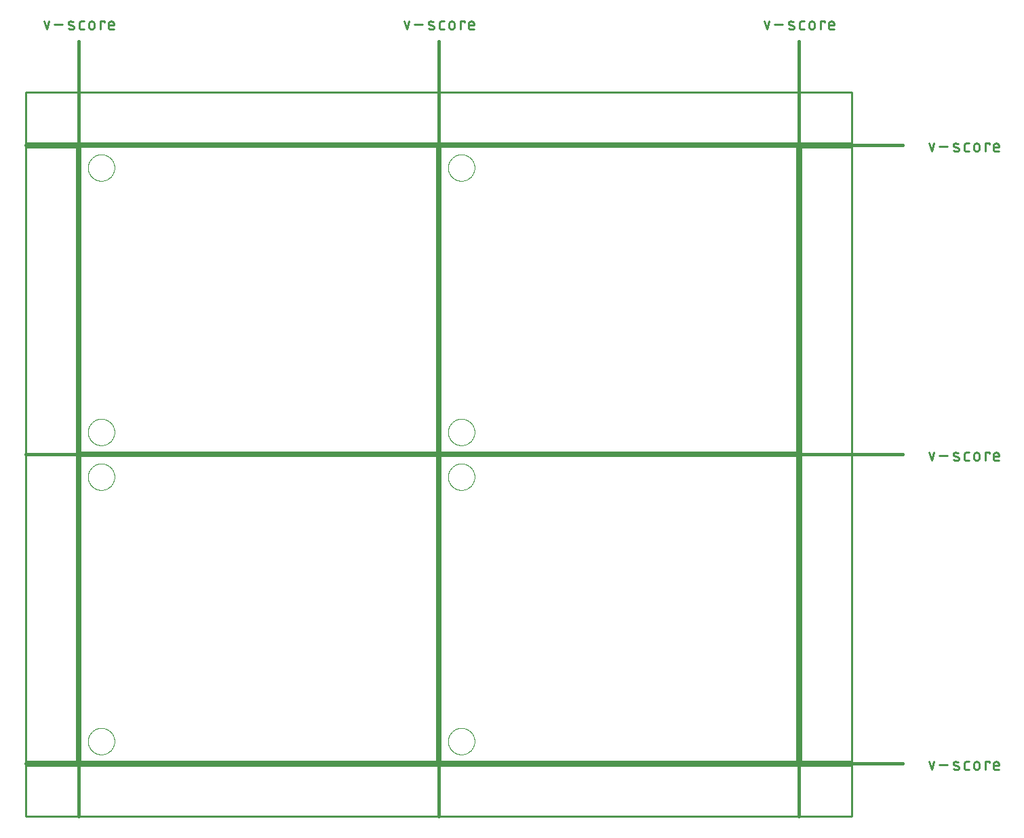
<source format=gko>
G75*
%MOIN*%
%OFA0B0*%
%FSLAX25Y25*%
%IPPOS*%
%LPD*%
%AMOC8*
5,1,8,0,0,1.08239X$1,22.5*
%
%ADD10C,0.00800*%
%ADD11C,0.01500*%
%ADD12C,0.01100*%
%ADD13C,0.01000*%
%ADD14C,0.00000*%
D10*
X0033342Y0028750D02*
X0033342Y0178750D01*
X0208342Y0178750D01*
X0208342Y0028750D01*
X0033342Y0028750D01*
X0210342Y0028750D02*
X0210342Y0178750D01*
X0385342Y0178750D01*
X0385342Y0028750D01*
X0210342Y0028750D01*
X0210342Y0180750D02*
X0210342Y0330750D01*
X0385342Y0330750D01*
X0385342Y0180750D01*
X0210342Y0180750D01*
X0208342Y0180750D02*
X0208342Y0330750D01*
X0033342Y0330750D01*
X0033342Y0180750D01*
X0208342Y0180750D01*
D11*
X0006342Y0179750D02*
X0437342Y0179750D01*
X0437342Y0331750D02*
X0006342Y0331750D01*
X0032342Y0382750D02*
X0032342Y0001750D01*
X0006342Y0027750D02*
X0437342Y0027750D01*
X0386342Y0001750D02*
X0386342Y0382750D01*
X0209342Y0382750D02*
X0209342Y0001750D01*
D12*
X0450133Y0028733D02*
X0451444Y0024800D01*
X0452755Y0028733D01*
X0455426Y0027094D02*
X0459359Y0027094D01*
X0462727Y0027094D02*
X0464366Y0026439D01*
X0464367Y0026439D02*
X0464419Y0026416D01*
X0464470Y0026389D01*
X0464519Y0026359D01*
X0464566Y0026326D01*
X0464611Y0026290D01*
X0464653Y0026250D01*
X0464692Y0026208D01*
X0464728Y0026164D01*
X0464761Y0026117D01*
X0464791Y0026067D01*
X0464818Y0026016D01*
X0464841Y0025964D01*
X0464860Y0025910D01*
X0464876Y0025854D01*
X0464888Y0025798D01*
X0464896Y0025741D01*
X0464900Y0025684D01*
X0464901Y0025626D01*
X0464897Y0025569D01*
X0464890Y0025512D01*
X0464878Y0025455D01*
X0464863Y0025400D01*
X0464845Y0025345D01*
X0464822Y0025292D01*
X0464796Y0025241D01*
X0464767Y0025192D01*
X0464734Y0025144D01*
X0464698Y0025099D01*
X0464660Y0025057D01*
X0464618Y0025017D01*
X0464574Y0024980D01*
X0464527Y0024946D01*
X0464479Y0024915D01*
X0464428Y0024888D01*
X0464376Y0024864D01*
X0464322Y0024844D01*
X0464267Y0024828D01*
X0464211Y0024815D01*
X0464154Y0024806D01*
X0464096Y0024801D01*
X0464039Y0024800D01*
X0464530Y0028405D02*
X0464423Y0028451D01*
X0464314Y0028494D01*
X0464204Y0028534D01*
X0464092Y0028570D01*
X0463980Y0028602D01*
X0463866Y0028631D01*
X0463752Y0028657D01*
X0463637Y0028678D01*
X0463522Y0028697D01*
X0463405Y0028711D01*
X0463289Y0028722D01*
X0463172Y0028729D01*
X0463055Y0028733D01*
X0463055Y0028734D02*
X0462998Y0028733D01*
X0462940Y0028728D01*
X0462883Y0028719D01*
X0462827Y0028706D01*
X0462772Y0028690D01*
X0462718Y0028670D01*
X0462666Y0028646D01*
X0462615Y0028619D01*
X0462567Y0028588D01*
X0462520Y0028554D01*
X0462476Y0028517D01*
X0462434Y0028477D01*
X0462396Y0028435D01*
X0462360Y0028390D01*
X0462327Y0028342D01*
X0462298Y0028293D01*
X0462272Y0028242D01*
X0462249Y0028189D01*
X0462231Y0028134D01*
X0462216Y0028079D01*
X0462204Y0028022D01*
X0462197Y0027965D01*
X0462193Y0027908D01*
X0462194Y0027850D01*
X0462198Y0027793D01*
X0462206Y0027736D01*
X0462218Y0027680D01*
X0462234Y0027624D01*
X0462253Y0027570D01*
X0462276Y0027518D01*
X0462303Y0027467D01*
X0462333Y0027417D01*
X0462366Y0027370D01*
X0462402Y0027326D01*
X0462441Y0027284D01*
X0462483Y0027244D01*
X0462528Y0027208D01*
X0462575Y0027175D01*
X0462624Y0027145D01*
X0462675Y0027118D01*
X0462727Y0027095D01*
X0462236Y0025128D02*
X0462370Y0025082D01*
X0462505Y0025039D01*
X0462641Y0025000D01*
X0462778Y0024964D01*
X0462915Y0024932D01*
X0463054Y0024903D01*
X0463193Y0024877D01*
X0463333Y0024856D01*
X0463474Y0024837D01*
X0463614Y0024823D01*
X0463756Y0024812D01*
X0463897Y0024804D01*
X0464039Y0024801D01*
X0467580Y0025783D02*
X0467580Y0027750D01*
X0467582Y0027812D01*
X0467588Y0027873D01*
X0467597Y0027934D01*
X0467611Y0027994D01*
X0467628Y0028054D01*
X0467649Y0028112D01*
X0467674Y0028169D01*
X0467702Y0028224D01*
X0467733Y0028277D01*
X0467768Y0028328D01*
X0467806Y0028377D01*
X0467846Y0028423D01*
X0467890Y0028467D01*
X0467936Y0028507D01*
X0467985Y0028545D01*
X0468036Y0028580D01*
X0468089Y0028611D01*
X0468144Y0028639D01*
X0468201Y0028664D01*
X0468259Y0028685D01*
X0468319Y0028702D01*
X0468379Y0028716D01*
X0468440Y0028725D01*
X0468501Y0028731D01*
X0468563Y0028733D01*
X0469874Y0028733D01*
X0472287Y0027422D02*
X0472287Y0026111D01*
X0472289Y0026040D01*
X0472295Y0025969D01*
X0472304Y0025899D01*
X0472318Y0025829D01*
X0472335Y0025760D01*
X0472356Y0025692D01*
X0472380Y0025626D01*
X0472408Y0025561D01*
X0472440Y0025497D01*
X0472475Y0025435D01*
X0472513Y0025375D01*
X0472554Y0025318D01*
X0472599Y0025262D01*
X0472646Y0025209D01*
X0472696Y0025159D01*
X0472749Y0025112D01*
X0472805Y0025067D01*
X0472862Y0025026D01*
X0472922Y0024988D01*
X0472984Y0024953D01*
X0473048Y0024921D01*
X0473113Y0024893D01*
X0473179Y0024869D01*
X0473247Y0024848D01*
X0473316Y0024831D01*
X0473386Y0024817D01*
X0473456Y0024808D01*
X0473527Y0024802D01*
X0473598Y0024800D01*
X0473669Y0024802D01*
X0473740Y0024808D01*
X0473810Y0024817D01*
X0473880Y0024831D01*
X0473949Y0024848D01*
X0474017Y0024869D01*
X0474083Y0024893D01*
X0474148Y0024921D01*
X0474212Y0024953D01*
X0474274Y0024988D01*
X0474334Y0025026D01*
X0474391Y0025067D01*
X0474447Y0025112D01*
X0474500Y0025159D01*
X0474550Y0025209D01*
X0474597Y0025262D01*
X0474642Y0025318D01*
X0474683Y0025375D01*
X0474721Y0025435D01*
X0474756Y0025497D01*
X0474788Y0025561D01*
X0474816Y0025626D01*
X0474840Y0025692D01*
X0474861Y0025760D01*
X0474878Y0025829D01*
X0474892Y0025899D01*
X0474901Y0025969D01*
X0474907Y0026040D01*
X0474909Y0026111D01*
X0474910Y0026111D02*
X0474910Y0027422D01*
X0474909Y0027422D02*
X0474907Y0027493D01*
X0474901Y0027564D01*
X0474892Y0027634D01*
X0474878Y0027704D01*
X0474861Y0027773D01*
X0474840Y0027841D01*
X0474816Y0027907D01*
X0474788Y0027972D01*
X0474756Y0028036D01*
X0474721Y0028098D01*
X0474683Y0028158D01*
X0474642Y0028215D01*
X0474597Y0028271D01*
X0474550Y0028324D01*
X0474500Y0028374D01*
X0474447Y0028421D01*
X0474391Y0028466D01*
X0474334Y0028507D01*
X0474274Y0028545D01*
X0474212Y0028580D01*
X0474148Y0028612D01*
X0474083Y0028640D01*
X0474017Y0028664D01*
X0473949Y0028685D01*
X0473880Y0028702D01*
X0473810Y0028716D01*
X0473740Y0028725D01*
X0473669Y0028731D01*
X0473598Y0028733D01*
X0473527Y0028731D01*
X0473456Y0028725D01*
X0473386Y0028716D01*
X0473316Y0028702D01*
X0473247Y0028685D01*
X0473179Y0028664D01*
X0473113Y0028640D01*
X0473048Y0028612D01*
X0472984Y0028580D01*
X0472922Y0028545D01*
X0472862Y0028507D01*
X0472805Y0028466D01*
X0472749Y0028421D01*
X0472696Y0028374D01*
X0472646Y0028324D01*
X0472599Y0028271D01*
X0472554Y0028215D01*
X0472513Y0028158D01*
X0472475Y0028098D01*
X0472440Y0028036D01*
X0472408Y0027972D01*
X0472380Y0027907D01*
X0472356Y0027841D01*
X0472335Y0027773D01*
X0472318Y0027704D01*
X0472304Y0027634D01*
X0472295Y0027564D01*
X0472289Y0027493D01*
X0472287Y0027422D01*
X0469874Y0024800D02*
X0468563Y0024800D01*
X0468501Y0024802D01*
X0468440Y0024808D01*
X0468379Y0024817D01*
X0468319Y0024831D01*
X0468259Y0024848D01*
X0468201Y0024869D01*
X0468144Y0024894D01*
X0468089Y0024922D01*
X0468036Y0024953D01*
X0467985Y0024988D01*
X0467936Y0025026D01*
X0467890Y0025066D01*
X0467846Y0025110D01*
X0467806Y0025156D01*
X0467768Y0025205D01*
X0467733Y0025256D01*
X0467702Y0025309D01*
X0467674Y0025364D01*
X0467649Y0025421D01*
X0467628Y0025479D01*
X0467611Y0025539D01*
X0467597Y0025599D01*
X0467588Y0025660D01*
X0467582Y0025721D01*
X0467580Y0025783D01*
X0477876Y0024800D02*
X0477876Y0028733D01*
X0479843Y0028733D01*
X0479843Y0028078D01*
X0481929Y0027422D02*
X0481929Y0025783D01*
X0481931Y0025721D01*
X0481937Y0025660D01*
X0481946Y0025599D01*
X0481960Y0025539D01*
X0481977Y0025479D01*
X0481998Y0025421D01*
X0482023Y0025364D01*
X0482051Y0025309D01*
X0482082Y0025256D01*
X0482117Y0025205D01*
X0482155Y0025156D01*
X0482195Y0025110D01*
X0482239Y0025066D01*
X0482285Y0025026D01*
X0482334Y0024988D01*
X0482385Y0024953D01*
X0482438Y0024922D01*
X0482493Y0024894D01*
X0482550Y0024869D01*
X0482608Y0024848D01*
X0482668Y0024831D01*
X0482728Y0024817D01*
X0482789Y0024808D01*
X0482850Y0024802D01*
X0482912Y0024800D01*
X0484551Y0024800D01*
X0484551Y0026767D02*
X0481929Y0026767D01*
X0481929Y0027422D02*
X0481931Y0027493D01*
X0481937Y0027564D01*
X0481946Y0027634D01*
X0481960Y0027704D01*
X0481977Y0027773D01*
X0481998Y0027841D01*
X0482022Y0027907D01*
X0482050Y0027972D01*
X0482082Y0028036D01*
X0482117Y0028098D01*
X0482155Y0028158D01*
X0482196Y0028215D01*
X0482241Y0028271D01*
X0482288Y0028324D01*
X0482338Y0028374D01*
X0482391Y0028421D01*
X0482447Y0028466D01*
X0482504Y0028507D01*
X0482564Y0028545D01*
X0482626Y0028580D01*
X0482690Y0028612D01*
X0482755Y0028640D01*
X0482821Y0028664D01*
X0482889Y0028685D01*
X0482958Y0028702D01*
X0483028Y0028716D01*
X0483098Y0028725D01*
X0483169Y0028731D01*
X0483240Y0028733D01*
X0483311Y0028731D01*
X0483382Y0028725D01*
X0483452Y0028716D01*
X0483522Y0028702D01*
X0483591Y0028685D01*
X0483659Y0028664D01*
X0483725Y0028640D01*
X0483790Y0028612D01*
X0483854Y0028580D01*
X0483916Y0028545D01*
X0483976Y0028507D01*
X0484033Y0028466D01*
X0484089Y0028421D01*
X0484142Y0028374D01*
X0484192Y0028324D01*
X0484239Y0028271D01*
X0484284Y0028215D01*
X0484325Y0028158D01*
X0484363Y0028098D01*
X0484398Y0028036D01*
X0484430Y0027972D01*
X0484458Y0027907D01*
X0484482Y0027841D01*
X0484503Y0027773D01*
X0484520Y0027704D01*
X0484534Y0027634D01*
X0484543Y0027564D01*
X0484549Y0027493D01*
X0484551Y0027422D01*
X0484551Y0026767D01*
X0484551Y0176800D02*
X0482912Y0176800D01*
X0482850Y0176802D01*
X0482789Y0176808D01*
X0482728Y0176817D01*
X0482668Y0176831D01*
X0482608Y0176848D01*
X0482550Y0176869D01*
X0482493Y0176894D01*
X0482438Y0176922D01*
X0482385Y0176953D01*
X0482334Y0176988D01*
X0482285Y0177026D01*
X0482239Y0177066D01*
X0482195Y0177110D01*
X0482155Y0177156D01*
X0482117Y0177205D01*
X0482082Y0177256D01*
X0482051Y0177309D01*
X0482023Y0177364D01*
X0481998Y0177421D01*
X0481977Y0177479D01*
X0481960Y0177539D01*
X0481946Y0177599D01*
X0481937Y0177660D01*
X0481931Y0177721D01*
X0481929Y0177783D01*
X0481929Y0179422D01*
X0481929Y0178767D02*
X0484551Y0178767D01*
X0484551Y0179422D01*
X0484549Y0179493D01*
X0484543Y0179564D01*
X0484534Y0179634D01*
X0484520Y0179704D01*
X0484503Y0179773D01*
X0484482Y0179841D01*
X0484458Y0179907D01*
X0484430Y0179972D01*
X0484398Y0180036D01*
X0484363Y0180098D01*
X0484325Y0180158D01*
X0484284Y0180215D01*
X0484239Y0180271D01*
X0484192Y0180324D01*
X0484142Y0180374D01*
X0484089Y0180421D01*
X0484033Y0180466D01*
X0483976Y0180507D01*
X0483916Y0180545D01*
X0483854Y0180580D01*
X0483790Y0180612D01*
X0483725Y0180640D01*
X0483659Y0180664D01*
X0483591Y0180685D01*
X0483522Y0180702D01*
X0483452Y0180716D01*
X0483382Y0180725D01*
X0483311Y0180731D01*
X0483240Y0180733D01*
X0483169Y0180731D01*
X0483098Y0180725D01*
X0483028Y0180716D01*
X0482958Y0180702D01*
X0482889Y0180685D01*
X0482821Y0180664D01*
X0482755Y0180640D01*
X0482690Y0180612D01*
X0482626Y0180580D01*
X0482564Y0180545D01*
X0482504Y0180507D01*
X0482447Y0180466D01*
X0482391Y0180421D01*
X0482338Y0180374D01*
X0482288Y0180324D01*
X0482241Y0180271D01*
X0482196Y0180215D01*
X0482155Y0180158D01*
X0482117Y0180098D01*
X0482082Y0180036D01*
X0482050Y0179972D01*
X0482022Y0179907D01*
X0481998Y0179841D01*
X0481977Y0179773D01*
X0481960Y0179704D01*
X0481946Y0179634D01*
X0481937Y0179564D01*
X0481931Y0179493D01*
X0481929Y0179422D01*
X0479843Y0180078D02*
X0479843Y0180733D01*
X0477876Y0180733D01*
X0477876Y0176800D01*
X0474910Y0178111D02*
X0474910Y0179422D01*
X0474909Y0179422D02*
X0474907Y0179493D01*
X0474901Y0179564D01*
X0474892Y0179634D01*
X0474878Y0179704D01*
X0474861Y0179773D01*
X0474840Y0179841D01*
X0474816Y0179907D01*
X0474788Y0179972D01*
X0474756Y0180036D01*
X0474721Y0180098D01*
X0474683Y0180158D01*
X0474642Y0180215D01*
X0474597Y0180271D01*
X0474550Y0180324D01*
X0474500Y0180374D01*
X0474447Y0180421D01*
X0474391Y0180466D01*
X0474334Y0180507D01*
X0474274Y0180545D01*
X0474212Y0180580D01*
X0474148Y0180612D01*
X0474083Y0180640D01*
X0474017Y0180664D01*
X0473949Y0180685D01*
X0473880Y0180702D01*
X0473810Y0180716D01*
X0473740Y0180725D01*
X0473669Y0180731D01*
X0473598Y0180733D01*
X0473527Y0180731D01*
X0473456Y0180725D01*
X0473386Y0180716D01*
X0473316Y0180702D01*
X0473247Y0180685D01*
X0473179Y0180664D01*
X0473113Y0180640D01*
X0473048Y0180612D01*
X0472984Y0180580D01*
X0472922Y0180545D01*
X0472862Y0180507D01*
X0472805Y0180466D01*
X0472749Y0180421D01*
X0472696Y0180374D01*
X0472646Y0180324D01*
X0472599Y0180271D01*
X0472554Y0180215D01*
X0472513Y0180158D01*
X0472475Y0180098D01*
X0472440Y0180036D01*
X0472408Y0179972D01*
X0472380Y0179907D01*
X0472356Y0179841D01*
X0472335Y0179773D01*
X0472318Y0179704D01*
X0472304Y0179634D01*
X0472295Y0179564D01*
X0472289Y0179493D01*
X0472287Y0179422D01*
X0472287Y0178111D01*
X0472289Y0178040D01*
X0472295Y0177969D01*
X0472304Y0177899D01*
X0472318Y0177829D01*
X0472335Y0177760D01*
X0472356Y0177692D01*
X0472380Y0177626D01*
X0472408Y0177561D01*
X0472440Y0177497D01*
X0472475Y0177435D01*
X0472513Y0177375D01*
X0472554Y0177318D01*
X0472599Y0177262D01*
X0472646Y0177209D01*
X0472696Y0177159D01*
X0472749Y0177112D01*
X0472805Y0177067D01*
X0472862Y0177026D01*
X0472922Y0176988D01*
X0472984Y0176953D01*
X0473048Y0176921D01*
X0473113Y0176893D01*
X0473179Y0176869D01*
X0473247Y0176848D01*
X0473316Y0176831D01*
X0473386Y0176817D01*
X0473456Y0176808D01*
X0473527Y0176802D01*
X0473598Y0176800D01*
X0473669Y0176802D01*
X0473740Y0176808D01*
X0473810Y0176817D01*
X0473880Y0176831D01*
X0473949Y0176848D01*
X0474017Y0176869D01*
X0474083Y0176893D01*
X0474148Y0176921D01*
X0474212Y0176953D01*
X0474274Y0176988D01*
X0474334Y0177026D01*
X0474391Y0177067D01*
X0474447Y0177112D01*
X0474500Y0177159D01*
X0474550Y0177209D01*
X0474597Y0177262D01*
X0474642Y0177318D01*
X0474683Y0177375D01*
X0474721Y0177435D01*
X0474756Y0177497D01*
X0474788Y0177561D01*
X0474816Y0177626D01*
X0474840Y0177692D01*
X0474861Y0177760D01*
X0474878Y0177829D01*
X0474892Y0177899D01*
X0474901Y0177969D01*
X0474907Y0178040D01*
X0474909Y0178111D01*
X0469874Y0176800D02*
X0468563Y0176800D01*
X0468501Y0176802D01*
X0468440Y0176808D01*
X0468379Y0176817D01*
X0468319Y0176831D01*
X0468259Y0176848D01*
X0468201Y0176869D01*
X0468144Y0176894D01*
X0468089Y0176922D01*
X0468036Y0176953D01*
X0467985Y0176988D01*
X0467936Y0177026D01*
X0467890Y0177066D01*
X0467846Y0177110D01*
X0467806Y0177156D01*
X0467768Y0177205D01*
X0467733Y0177256D01*
X0467702Y0177309D01*
X0467674Y0177364D01*
X0467649Y0177421D01*
X0467628Y0177479D01*
X0467611Y0177539D01*
X0467597Y0177599D01*
X0467588Y0177660D01*
X0467582Y0177721D01*
X0467580Y0177783D01*
X0467580Y0179750D01*
X0467582Y0179812D01*
X0467588Y0179873D01*
X0467597Y0179934D01*
X0467611Y0179994D01*
X0467628Y0180054D01*
X0467649Y0180112D01*
X0467674Y0180169D01*
X0467702Y0180224D01*
X0467733Y0180277D01*
X0467768Y0180328D01*
X0467806Y0180377D01*
X0467846Y0180423D01*
X0467890Y0180467D01*
X0467936Y0180507D01*
X0467985Y0180545D01*
X0468036Y0180580D01*
X0468089Y0180611D01*
X0468144Y0180639D01*
X0468201Y0180664D01*
X0468259Y0180685D01*
X0468319Y0180702D01*
X0468379Y0180716D01*
X0468440Y0180725D01*
X0468501Y0180731D01*
X0468563Y0180733D01*
X0469874Y0180733D01*
X0464366Y0178439D02*
X0462727Y0179094D01*
X0462727Y0179095D02*
X0462675Y0179118D01*
X0462624Y0179145D01*
X0462575Y0179175D01*
X0462528Y0179208D01*
X0462483Y0179244D01*
X0462441Y0179284D01*
X0462402Y0179326D01*
X0462366Y0179370D01*
X0462333Y0179417D01*
X0462303Y0179467D01*
X0462276Y0179518D01*
X0462253Y0179570D01*
X0462234Y0179624D01*
X0462218Y0179680D01*
X0462206Y0179736D01*
X0462198Y0179793D01*
X0462194Y0179850D01*
X0462193Y0179908D01*
X0462197Y0179965D01*
X0462204Y0180022D01*
X0462216Y0180079D01*
X0462231Y0180134D01*
X0462249Y0180189D01*
X0462272Y0180242D01*
X0462298Y0180293D01*
X0462327Y0180342D01*
X0462360Y0180390D01*
X0462396Y0180435D01*
X0462434Y0180477D01*
X0462476Y0180517D01*
X0462520Y0180554D01*
X0462567Y0180588D01*
X0462615Y0180619D01*
X0462666Y0180646D01*
X0462718Y0180670D01*
X0462772Y0180690D01*
X0462827Y0180706D01*
X0462883Y0180719D01*
X0462940Y0180728D01*
X0462998Y0180733D01*
X0463055Y0180734D01*
X0462236Y0177128D02*
X0462370Y0177082D01*
X0462505Y0177039D01*
X0462641Y0177000D01*
X0462778Y0176964D01*
X0462915Y0176932D01*
X0463054Y0176903D01*
X0463193Y0176877D01*
X0463333Y0176856D01*
X0463474Y0176837D01*
X0463614Y0176823D01*
X0463756Y0176812D01*
X0463897Y0176804D01*
X0464039Y0176801D01*
X0464039Y0176800D02*
X0464096Y0176801D01*
X0464154Y0176806D01*
X0464211Y0176815D01*
X0464267Y0176828D01*
X0464322Y0176844D01*
X0464376Y0176864D01*
X0464428Y0176888D01*
X0464479Y0176915D01*
X0464527Y0176946D01*
X0464574Y0176980D01*
X0464618Y0177017D01*
X0464660Y0177057D01*
X0464698Y0177099D01*
X0464734Y0177144D01*
X0464767Y0177192D01*
X0464796Y0177241D01*
X0464822Y0177292D01*
X0464845Y0177345D01*
X0464863Y0177400D01*
X0464878Y0177455D01*
X0464890Y0177512D01*
X0464897Y0177569D01*
X0464901Y0177626D01*
X0464900Y0177684D01*
X0464896Y0177741D01*
X0464888Y0177798D01*
X0464876Y0177854D01*
X0464860Y0177910D01*
X0464841Y0177964D01*
X0464818Y0178016D01*
X0464791Y0178067D01*
X0464761Y0178117D01*
X0464728Y0178164D01*
X0464692Y0178208D01*
X0464653Y0178250D01*
X0464611Y0178290D01*
X0464566Y0178326D01*
X0464519Y0178359D01*
X0464470Y0178389D01*
X0464419Y0178416D01*
X0464367Y0178439D01*
X0464530Y0180405D02*
X0464423Y0180451D01*
X0464314Y0180494D01*
X0464204Y0180534D01*
X0464092Y0180570D01*
X0463980Y0180602D01*
X0463866Y0180631D01*
X0463752Y0180657D01*
X0463637Y0180678D01*
X0463522Y0180697D01*
X0463405Y0180711D01*
X0463289Y0180722D01*
X0463172Y0180729D01*
X0463055Y0180733D01*
X0459359Y0179094D02*
X0455426Y0179094D01*
X0452755Y0180733D02*
X0451444Y0176800D01*
X0450133Y0180733D01*
X0451444Y0328800D02*
X0452755Y0332733D01*
X0450133Y0332733D02*
X0451444Y0328800D01*
X0455426Y0331094D02*
X0459359Y0331094D01*
X0462727Y0331094D02*
X0464366Y0330439D01*
X0464367Y0330439D02*
X0464419Y0330416D01*
X0464470Y0330389D01*
X0464519Y0330359D01*
X0464566Y0330326D01*
X0464611Y0330290D01*
X0464653Y0330250D01*
X0464692Y0330208D01*
X0464728Y0330164D01*
X0464761Y0330117D01*
X0464791Y0330067D01*
X0464818Y0330016D01*
X0464841Y0329964D01*
X0464860Y0329910D01*
X0464876Y0329854D01*
X0464888Y0329798D01*
X0464896Y0329741D01*
X0464900Y0329684D01*
X0464901Y0329626D01*
X0464897Y0329569D01*
X0464890Y0329512D01*
X0464878Y0329455D01*
X0464863Y0329400D01*
X0464845Y0329345D01*
X0464822Y0329292D01*
X0464796Y0329241D01*
X0464767Y0329192D01*
X0464734Y0329144D01*
X0464698Y0329099D01*
X0464660Y0329057D01*
X0464618Y0329017D01*
X0464574Y0328980D01*
X0464527Y0328946D01*
X0464479Y0328915D01*
X0464428Y0328888D01*
X0464376Y0328864D01*
X0464322Y0328844D01*
X0464267Y0328828D01*
X0464211Y0328815D01*
X0464154Y0328806D01*
X0464096Y0328801D01*
X0464039Y0328800D01*
X0464530Y0332405D02*
X0464423Y0332451D01*
X0464314Y0332494D01*
X0464204Y0332534D01*
X0464092Y0332570D01*
X0463980Y0332602D01*
X0463866Y0332631D01*
X0463752Y0332657D01*
X0463637Y0332678D01*
X0463522Y0332697D01*
X0463405Y0332711D01*
X0463289Y0332722D01*
X0463172Y0332729D01*
X0463055Y0332733D01*
X0463055Y0332734D02*
X0462998Y0332733D01*
X0462940Y0332728D01*
X0462883Y0332719D01*
X0462827Y0332706D01*
X0462772Y0332690D01*
X0462718Y0332670D01*
X0462666Y0332646D01*
X0462615Y0332619D01*
X0462567Y0332588D01*
X0462520Y0332554D01*
X0462476Y0332517D01*
X0462434Y0332477D01*
X0462396Y0332435D01*
X0462360Y0332390D01*
X0462327Y0332342D01*
X0462298Y0332293D01*
X0462272Y0332242D01*
X0462249Y0332189D01*
X0462231Y0332134D01*
X0462216Y0332079D01*
X0462204Y0332022D01*
X0462197Y0331965D01*
X0462193Y0331908D01*
X0462194Y0331850D01*
X0462198Y0331793D01*
X0462206Y0331736D01*
X0462218Y0331680D01*
X0462234Y0331624D01*
X0462253Y0331570D01*
X0462276Y0331518D01*
X0462303Y0331467D01*
X0462333Y0331417D01*
X0462366Y0331370D01*
X0462402Y0331326D01*
X0462441Y0331284D01*
X0462483Y0331244D01*
X0462528Y0331208D01*
X0462575Y0331175D01*
X0462624Y0331145D01*
X0462675Y0331118D01*
X0462727Y0331095D01*
X0462236Y0329128D02*
X0462370Y0329082D01*
X0462505Y0329039D01*
X0462641Y0329000D01*
X0462778Y0328964D01*
X0462915Y0328932D01*
X0463054Y0328903D01*
X0463193Y0328877D01*
X0463333Y0328856D01*
X0463474Y0328837D01*
X0463614Y0328823D01*
X0463756Y0328812D01*
X0463897Y0328804D01*
X0464039Y0328801D01*
X0467580Y0329783D02*
X0467580Y0331750D01*
X0467582Y0331812D01*
X0467588Y0331873D01*
X0467597Y0331934D01*
X0467611Y0331994D01*
X0467628Y0332054D01*
X0467649Y0332112D01*
X0467674Y0332169D01*
X0467702Y0332224D01*
X0467733Y0332277D01*
X0467768Y0332328D01*
X0467806Y0332377D01*
X0467846Y0332423D01*
X0467890Y0332467D01*
X0467936Y0332507D01*
X0467985Y0332545D01*
X0468036Y0332580D01*
X0468089Y0332611D01*
X0468144Y0332639D01*
X0468201Y0332664D01*
X0468259Y0332685D01*
X0468319Y0332702D01*
X0468379Y0332716D01*
X0468440Y0332725D01*
X0468501Y0332731D01*
X0468563Y0332733D01*
X0469874Y0332733D01*
X0472287Y0331422D02*
X0472287Y0330111D01*
X0472289Y0330040D01*
X0472295Y0329969D01*
X0472304Y0329899D01*
X0472318Y0329829D01*
X0472335Y0329760D01*
X0472356Y0329692D01*
X0472380Y0329626D01*
X0472408Y0329561D01*
X0472440Y0329497D01*
X0472475Y0329435D01*
X0472513Y0329375D01*
X0472554Y0329318D01*
X0472599Y0329262D01*
X0472646Y0329209D01*
X0472696Y0329159D01*
X0472749Y0329112D01*
X0472805Y0329067D01*
X0472862Y0329026D01*
X0472922Y0328988D01*
X0472984Y0328953D01*
X0473048Y0328921D01*
X0473113Y0328893D01*
X0473179Y0328869D01*
X0473247Y0328848D01*
X0473316Y0328831D01*
X0473386Y0328817D01*
X0473456Y0328808D01*
X0473527Y0328802D01*
X0473598Y0328800D01*
X0473669Y0328802D01*
X0473740Y0328808D01*
X0473810Y0328817D01*
X0473880Y0328831D01*
X0473949Y0328848D01*
X0474017Y0328869D01*
X0474083Y0328893D01*
X0474148Y0328921D01*
X0474212Y0328953D01*
X0474274Y0328988D01*
X0474334Y0329026D01*
X0474391Y0329067D01*
X0474447Y0329112D01*
X0474500Y0329159D01*
X0474550Y0329209D01*
X0474597Y0329262D01*
X0474642Y0329318D01*
X0474683Y0329375D01*
X0474721Y0329435D01*
X0474756Y0329497D01*
X0474788Y0329561D01*
X0474816Y0329626D01*
X0474840Y0329692D01*
X0474861Y0329760D01*
X0474878Y0329829D01*
X0474892Y0329899D01*
X0474901Y0329969D01*
X0474907Y0330040D01*
X0474909Y0330111D01*
X0474910Y0330111D02*
X0474910Y0331422D01*
X0474909Y0331422D02*
X0474907Y0331493D01*
X0474901Y0331564D01*
X0474892Y0331634D01*
X0474878Y0331704D01*
X0474861Y0331773D01*
X0474840Y0331841D01*
X0474816Y0331907D01*
X0474788Y0331972D01*
X0474756Y0332036D01*
X0474721Y0332098D01*
X0474683Y0332158D01*
X0474642Y0332215D01*
X0474597Y0332271D01*
X0474550Y0332324D01*
X0474500Y0332374D01*
X0474447Y0332421D01*
X0474391Y0332466D01*
X0474334Y0332507D01*
X0474274Y0332545D01*
X0474212Y0332580D01*
X0474148Y0332612D01*
X0474083Y0332640D01*
X0474017Y0332664D01*
X0473949Y0332685D01*
X0473880Y0332702D01*
X0473810Y0332716D01*
X0473740Y0332725D01*
X0473669Y0332731D01*
X0473598Y0332733D01*
X0473527Y0332731D01*
X0473456Y0332725D01*
X0473386Y0332716D01*
X0473316Y0332702D01*
X0473247Y0332685D01*
X0473179Y0332664D01*
X0473113Y0332640D01*
X0473048Y0332612D01*
X0472984Y0332580D01*
X0472922Y0332545D01*
X0472862Y0332507D01*
X0472805Y0332466D01*
X0472749Y0332421D01*
X0472696Y0332374D01*
X0472646Y0332324D01*
X0472599Y0332271D01*
X0472554Y0332215D01*
X0472513Y0332158D01*
X0472475Y0332098D01*
X0472440Y0332036D01*
X0472408Y0331972D01*
X0472380Y0331907D01*
X0472356Y0331841D01*
X0472335Y0331773D01*
X0472318Y0331704D01*
X0472304Y0331634D01*
X0472295Y0331564D01*
X0472289Y0331493D01*
X0472287Y0331422D01*
X0469874Y0328800D02*
X0468563Y0328800D01*
X0468501Y0328802D01*
X0468440Y0328808D01*
X0468379Y0328817D01*
X0468319Y0328831D01*
X0468259Y0328848D01*
X0468201Y0328869D01*
X0468144Y0328894D01*
X0468089Y0328922D01*
X0468036Y0328953D01*
X0467985Y0328988D01*
X0467936Y0329026D01*
X0467890Y0329066D01*
X0467846Y0329110D01*
X0467806Y0329156D01*
X0467768Y0329205D01*
X0467733Y0329256D01*
X0467702Y0329309D01*
X0467674Y0329364D01*
X0467649Y0329421D01*
X0467628Y0329479D01*
X0467611Y0329539D01*
X0467597Y0329599D01*
X0467588Y0329660D01*
X0467582Y0329721D01*
X0467580Y0329783D01*
X0477876Y0328800D02*
X0477876Y0332733D01*
X0479843Y0332733D01*
X0479843Y0332078D01*
X0481929Y0331422D02*
X0481929Y0329783D01*
X0481931Y0329721D01*
X0481937Y0329660D01*
X0481946Y0329599D01*
X0481960Y0329539D01*
X0481977Y0329479D01*
X0481998Y0329421D01*
X0482023Y0329364D01*
X0482051Y0329309D01*
X0482082Y0329256D01*
X0482117Y0329205D01*
X0482155Y0329156D01*
X0482195Y0329110D01*
X0482239Y0329066D01*
X0482285Y0329026D01*
X0482334Y0328988D01*
X0482385Y0328953D01*
X0482438Y0328922D01*
X0482493Y0328894D01*
X0482550Y0328869D01*
X0482608Y0328848D01*
X0482668Y0328831D01*
X0482728Y0328817D01*
X0482789Y0328808D01*
X0482850Y0328802D01*
X0482912Y0328800D01*
X0484551Y0328800D01*
X0484551Y0330767D02*
X0481929Y0330767D01*
X0481929Y0331422D02*
X0481931Y0331493D01*
X0481937Y0331564D01*
X0481946Y0331634D01*
X0481960Y0331704D01*
X0481977Y0331773D01*
X0481998Y0331841D01*
X0482022Y0331907D01*
X0482050Y0331972D01*
X0482082Y0332036D01*
X0482117Y0332098D01*
X0482155Y0332158D01*
X0482196Y0332215D01*
X0482241Y0332271D01*
X0482288Y0332324D01*
X0482338Y0332374D01*
X0482391Y0332421D01*
X0482447Y0332466D01*
X0482504Y0332507D01*
X0482564Y0332545D01*
X0482626Y0332580D01*
X0482690Y0332612D01*
X0482755Y0332640D01*
X0482821Y0332664D01*
X0482889Y0332685D01*
X0482958Y0332702D01*
X0483028Y0332716D01*
X0483098Y0332725D01*
X0483169Y0332731D01*
X0483240Y0332733D01*
X0483311Y0332731D01*
X0483382Y0332725D01*
X0483452Y0332716D01*
X0483522Y0332702D01*
X0483591Y0332685D01*
X0483659Y0332664D01*
X0483725Y0332640D01*
X0483790Y0332612D01*
X0483854Y0332580D01*
X0483916Y0332545D01*
X0483976Y0332507D01*
X0484033Y0332466D01*
X0484089Y0332421D01*
X0484142Y0332374D01*
X0484192Y0332324D01*
X0484239Y0332271D01*
X0484284Y0332215D01*
X0484325Y0332158D01*
X0484363Y0332098D01*
X0484398Y0332036D01*
X0484430Y0331972D01*
X0484458Y0331907D01*
X0484482Y0331841D01*
X0484503Y0331773D01*
X0484520Y0331704D01*
X0484534Y0331634D01*
X0484543Y0331564D01*
X0484549Y0331493D01*
X0484551Y0331422D01*
X0484551Y0330767D01*
X0403551Y0388800D02*
X0401912Y0388800D01*
X0401850Y0388802D01*
X0401789Y0388808D01*
X0401728Y0388817D01*
X0401668Y0388831D01*
X0401608Y0388848D01*
X0401550Y0388869D01*
X0401493Y0388894D01*
X0401438Y0388922D01*
X0401385Y0388953D01*
X0401334Y0388988D01*
X0401285Y0389026D01*
X0401239Y0389066D01*
X0401195Y0389110D01*
X0401155Y0389156D01*
X0401117Y0389205D01*
X0401082Y0389256D01*
X0401051Y0389309D01*
X0401023Y0389364D01*
X0400998Y0389421D01*
X0400977Y0389479D01*
X0400960Y0389539D01*
X0400946Y0389599D01*
X0400937Y0389660D01*
X0400931Y0389721D01*
X0400929Y0389783D01*
X0400929Y0391422D01*
X0400929Y0390767D02*
X0403551Y0390767D01*
X0403551Y0391422D01*
X0403549Y0391493D01*
X0403543Y0391564D01*
X0403534Y0391634D01*
X0403520Y0391704D01*
X0403503Y0391773D01*
X0403482Y0391841D01*
X0403458Y0391907D01*
X0403430Y0391972D01*
X0403398Y0392036D01*
X0403363Y0392098D01*
X0403325Y0392158D01*
X0403284Y0392215D01*
X0403239Y0392271D01*
X0403192Y0392324D01*
X0403142Y0392374D01*
X0403089Y0392421D01*
X0403033Y0392466D01*
X0402976Y0392507D01*
X0402916Y0392545D01*
X0402854Y0392580D01*
X0402790Y0392612D01*
X0402725Y0392640D01*
X0402659Y0392664D01*
X0402591Y0392685D01*
X0402522Y0392702D01*
X0402452Y0392716D01*
X0402382Y0392725D01*
X0402311Y0392731D01*
X0402240Y0392733D01*
X0402169Y0392731D01*
X0402098Y0392725D01*
X0402028Y0392716D01*
X0401958Y0392702D01*
X0401889Y0392685D01*
X0401821Y0392664D01*
X0401755Y0392640D01*
X0401690Y0392612D01*
X0401626Y0392580D01*
X0401564Y0392545D01*
X0401504Y0392507D01*
X0401447Y0392466D01*
X0401391Y0392421D01*
X0401338Y0392374D01*
X0401288Y0392324D01*
X0401241Y0392271D01*
X0401196Y0392215D01*
X0401155Y0392158D01*
X0401117Y0392098D01*
X0401082Y0392036D01*
X0401050Y0391972D01*
X0401022Y0391907D01*
X0400998Y0391841D01*
X0400977Y0391773D01*
X0400960Y0391704D01*
X0400946Y0391634D01*
X0400937Y0391564D01*
X0400931Y0391493D01*
X0400929Y0391422D01*
X0398843Y0392078D02*
X0398843Y0392733D01*
X0396876Y0392733D01*
X0396876Y0388800D01*
X0393910Y0390111D02*
X0393910Y0391422D01*
X0393909Y0391422D02*
X0393907Y0391493D01*
X0393901Y0391564D01*
X0393892Y0391634D01*
X0393878Y0391704D01*
X0393861Y0391773D01*
X0393840Y0391841D01*
X0393816Y0391907D01*
X0393788Y0391972D01*
X0393756Y0392036D01*
X0393721Y0392098D01*
X0393683Y0392158D01*
X0393642Y0392215D01*
X0393597Y0392271D01*
X0393550Y0392324D01*
X0393500Y0392374D01*
X0393447Y0392421D01*
X0393391Y0392466D01*
X0393334Y0392507D01*
X0393274Y0392545D01*
X0393212Y0392580D01*
X0393148Y0392612D01*
X0393083Y0392640D01*
X0393017Y0392664D01*
X0392949Y0392685D01*
X0392880Y0392702D01*
X0392810Y0392716D01*
X0392740Y0392725D01*
X0392669Y0392731D01*
X0392598Y0392733D01*
X0392527Y0392731D01*
X0392456Y0392725D01*
X0392386Y0392716D01*
X0392316Y0392702D01*
X0392247Y0392685D01*
X0392179Y0392664D01*
X0392113Y0392640D01*
X0392048Y0392612D01*
X0391984Y0392580D01*
X0391922Y0392545D01*
X0391862Y0392507D01*
X0391805Y0392466D01*
X0391749Y0392421D01*
X0391696Y0392374D01*
X0391646Y0392324D01*
X0391599Y0392271D01*
X0391554Y0392215D01*
X0391513Y0392158D01*
X0391475Y0392098D01*
X0391440Y0392036D01*
X0391408Y0391972D01*
X0391380Y0391907D01*
X0391356Y0391841D01*
X0391335Y0391773D01*
X0391318Y0391704D01*
X0391304Y0391634D01*
X0391295Y0391564D01*
X0391289Y0391493D01*
X0391287Y0391422D01*
X0391287Y0390111D01*
X0391289Y0390040D01*
X0391295Y0389969D01*
X0391304Y0389899D01*
X0391318Y0389829D01*
X0391335Y0389760D01*
X0391356Y0389692D01*
X0391380Y0389626D01*
X0391408Y0389561D01*
X0391440Y0389497D01*
X0391475Y0389435D01*
X0391513Y0389375D01*
X0391554Y0389318D01*
X0391599Y0389262D01*
X0391646Y0389209D01*
X0391696Y0389159D01*
X0391749Y0389112D01*
X0391805Y0389067D01*
X0391862Y0389026D01*
X0391922Y0388988D01*
X0391984Y0388953D01*
X0392048Y0388921D01*
X0392113Y0388893D01*
X0392179Y0388869D01*
X0392247Y0388848D01*
X0392316Y0388831D01*
X0392386Y0388817D01*
X0392456Y0388808D01*
X0392527Y0388802D01*
X0392598Y0388800D01*
X0392669Y0388802D01*
X0392740Y0388808D01*
X0392810Y0388817D01*
X0392880Y0388831D01*
X0392949Y0388848D01*
X0393017Y0388869D01*
X0393083Y0388893D01*
X0393148Y0388921D01*
X0393212Y0388953D01*
X0393274Y0388988D01*
X0393334Y0389026D01*
X0393391Y0389067D01*
X0393447Y0389112D01*
X0393500Y0389159D01*
X0393550Y0389209D01*
X0393597Y0389262D01*
X0393642Y0389318D01*
X0393683Y0389375D01*
X0393721Y0389435D01*
X0393756Y0389497D01*
X0393788Y0389561D01*
X0393816Y0389626D01*
X0393840Y0389692D01*
X0393861Y0389760D01*
X0393878Y0389829D01*
X0393892Y0389899D01*
X0393901Y0389969D01*
X0393907Y0390040D01*
X0393909Y0390111D01*
X0388874Y0388800D02*
X0387563Y0388800D01*
X0387501Y0388802D01*
X0387440Y0388808D01*
X0387379Y0388817D01*
X0387319Y0388831D01*
X0387259Y0388848D01*
X0387201Y0388869D01*
X0387144Y0388894D01*
X0387089Y0388922D01*
X0387036Y0388953D01*
X0386985Y0388988D01*
X0386936Y0389026D01*
X0386890Y0389066D01*
X0386846Y0389110D01*
X0386806Y0389156D01*
X0386768Y0389205D01*
X0386733Y0389256D01*
X0386702Y0389309D01*
X0386674Y0389364D01*
X0386649Y0389421D01*
X0386628Y0389479D01*
X0386611Y0389539D01*
X0386597Y0389599D01*
X0386588Y0389660D01*
X0386582Y0389721D01*
X0386580Y0389783D01*
X0386580Y0391750D01*
X0386582Y0391812D01*
X0386588Y0391873D01*
X0386597Y0391934D01*
X0386611Y0391994D01*
X0386628Y0392054D01*
X0386649Y0392112D01*
X0386674Y0392169D01*
X0386702Y0392224D01*
X0386733Y0392277D01*
X0386768Y0392328D01*
X0386806Y0392377D01*
X0386846Y0392423D01*
X0386890Y0392467D01*
X0386936Y0392507D01*
X0386985Y0392545D01*
X0387036Y0392580D01*
X0387089Y0392611D01*
X0387144Y0392639D01*
X0387201Y0392664D01*
X0387259Y0392685D01*
X0387319Y0392702D01*
X0387379Y0392716D01*
X0387440Y0392725D01*
X0387501Y0392731D01*
X0387563Y0392733D01*
X0388874Y0392733D01*
X0383366Y0390439D02*
X0381727Y0391094D01*
X0381727Y0391095D02*
X0381675Y0391118D01*
X0381624Y0391145D01*
X0381575Y0391175D01*
X0381528Y0391208D01*
X0381483Y0391244D01*
X0381441Y0391284D01*
X0381402Y0391326D01*
X0381366Y0391370D01*
X0381333Y0391417D01*
X0381303Y0391467D01*
X0381276Y0391518D01*
X0381253Y0391570D01*
X0381234Y0391624D01*
X0381218Y0391680D01*
X0381206Y0391736D01*
X0381198Y0391793D01*
X0381194Y0391850D01*
X0381193Y0391908D01*
X0381197Y0391965D01*
X0381204Y0392022D01*
X0381216Y0392079D01*
X0381231Y0392134D01*
X0381249Y0392189D01*
X0381272Y0392242D01*
X0381298Y0392293D01*
X0381327Y0392342D01*
X0381360Y0392390D01*
X0381396Y0392435D01*
X0381434Y0392477D01*
X0381476Y0392517D01*
X0381520Y0392554D01*
X0381567Y0392588D01*
X0381615Y0392619D01*
X0381666Y0392646D01*
X0381718Y0392670D01*
X0381772Y0392690D01*
X0381827Y0392706D01*
X0381883Y0392719D01*
X0381940Y0392728D01*
X0381998Y0392733D01*
X0382055Y0392734D01*
X0381236Y0389128D02*
X0381370Y0389082D01*
X0381505Y0389039D01*
X0381641Y0389000D01*
X0381778Y0388964D01*
X0381915Y0388932D01*
X0382054Y0388903D01*
X0382193Y0388877D01*
X0382333Y0388856D01*
X0382474Y0388837D01*
X0382614Y0388823D01*
X0382756Y0388812D01*
X0382897Y0388804D01*
X0383039Y0388801D01*
X0383039Y0388800D02*
X0383096Y0388801D01*
X0383154Y0388806D01*
X0383211Y0388815D01*
X0383267Y0388828D01*
X0383322Y0388844D01*
X0383376Y0388864D01*
X0383428Y0388888D01*
X0383479Y0388915D01*
X0383527Y0388946D01*
X0383574Y0388980D01*
X0383618Y0389017D01*
X0383660Y0389057D01*
X0383698Y0389099D01*
X0383734Y0389144D01*
X0383767Y0389192D01*
X0383796Y0389241D01*
X0383822Y0389292D01*
X0383845Y0389345D01*
X0383863Y0389400D01*
X0383878Y0389455D01*
X0383890Y0389512D01*
X0383897Y0389569D01*
X0383901Y0389626D01*
X0383900Y0389684D01*
X0383896Y0389741D01*
X0383888Y0389798D01*
X0383876Y0389854D01*
X0383860Y0389910D01*
X0383841Y0389964D01*
X0383818Y0390016D01*
X0383791Y0390067D01*
X0383761Y0390117D01*
X0383728Y0390164D01*
X0383692Y0390208D01*
X0383653Y0390250D01*
X0383611Y0390290D01*
X0383566Y0390326D01*
X0383519Y0390359D01*
X0383470Y0390389D01*
X0383419Y0390416D01*
X0383367Y0390439D01*
X0383530Y0392405D02*
X0383423Y0392451D01*
X0383314Y0392494D01*
X0383204Y0392534D01*
X0383092Y0392570D01*
X0382980Y0392602D01*
X0382866Y0392631D01*
X0382752Y0392657D01*
X0382637Y0392678D01*
X0382522Y0392697D01*
X0382405Y0392711D01*
X0382289Y0392722D01*
X0382172Y0392729D01*
X0382055Y0392733D01*
X0378359Y0391094D02*
X0374426Y0391094D01*
X0371755Y0392733D02*
X0370444Y0388800D01*
X0369133Y0392733D01*
X0226551Y0391422D02*
X0226551Y0390767D01*
X0223929Y0390767D01*
X0223929Y0391422D02*
X0223929Y0389783D01*
X0223931Y0389721D01*
X0223937Y0389660D01*
X0223946Y0389599D01*
X0223960Y0389539D01*
X0223977Y0389479D01*
X0223998Y0389421D01*
X0224023Y0389364D01*
X0224051Y0389309D01*
X0224082Y0389256D01*
X0224117Y0389205D01*
X0224155Y0389156D01*
X0224195Y0389110D01*
X0224239Y0389066D01*
X0224285Y0389026D01*
X0224334Y0388988D01*
X0224385Y0388953D01*
X0224438Y0388922D01*
X0224493Y0388894D01*
X0224550Y0388869D01*
X0224608Y0388848D01*
X0224668Y0388831D01*
X0224728Y0388817D01*
X0224789Y0388808D01*
X0224850Y0388802D01*
X0224912Y0388800D01*
X0226551Y0388800D01*
X0226551Y0391422D02*
X0226549Y0391493D01*
X0226543Y0391564D01*
X0226534Y0391634D01*
X0226520Y0391704D01*
X0226503Y0391773D01*
X0226482Y0391841D01*
X0226458Y0391907D01*
X0226430Y0391972D01*
X0226398Y0392036D01*
X0226363Y0392098D01*
X0226325Y0392158D01*
X0226284Y0392215D01*
X0226239Y0392271D01*
X0226192Y0392324D01*
X0226142Y0392374D01*
X0226089Y0392421D01*
X0226033Y0392466D01*
X0225976Y0392507D01*
X0225916Y0392545D01*
X0225854Y0392580D01*
X0225790Y0392612D01*
X0225725Y0392640D01*
X0225659Y0392664D01*
X0225591Y0392685D01*
X0225522Y0392702D01*
X0225452Y0392716D01*
X0225382Y0392725D01*
X0225311Y0392731D01*
X0225240Y0392733D01*
X0225169Y0392731D01*
X0225098Y0392725D01*
X0225028Y0392716D01*
X0224958Y0392702D01*
X0224889Y0392685D01*
X0224821Y0392664D01*
X0224755Y0392640D01*
X0224690Y0392612D01*
X0224626Y0392580D01*
X0224564Y0392545D01*
X0224504Y0392507D01*
X0224447Y0392466D01*
X0224391Y0392421D01*
X0224338Y0392374D01*
X0224288Y0392324D01*
X0224241Y0392271D01*
X0224196Y0392215D01*
X0224155Y0392158D01*
X0224117Y0392098D01*
X0224082Y0392036D01*
X0224050Y0391972D01*
X0224022Y0391907D01*
X0223998Y0391841D01*
X0223977Y0391773D01*
X0223960Y0391704D01*
X0223946Y0391634D01*
X0223937Y0391564D01*
X0223931Y0391493D01*
X0223929Y0391422D01*
X0221843Y0392078D02*
X0221843Y0392733D01*
X0219876Y0392733D01*
X0219876Y0388800D01*
X0216910Y0390111D02*
X0216910Y0391422D01*
X0216909Y0391422D02*
X0216907Y0391493D01*
X0216901Y0391564D01*
X0216892Y0391634D01*
X0216878Y0391704D01*
X0216861Y0391773D01*
X0216840Y0391841D01*
X0216816Y0391907D01*
X0216788Y0391972D01*
X0216756Y0392036D01*
X0216721Y0392098D01*
X0216683Y0392158D01*
X0216642Y0392215D01*
X0216597Y0392271D01*
X0216550Y0392324D01*
X0216500Y0392374D01*
X0216447Y0392421D01*
X0216391Y0392466D01*
X0216334Y0392507D01*
X0216274Y0392545D01*
X0216212Y0392580D01*
X0216148Y0392612D01*
X0216083Y0392640D01*
X0216017Y0392664D01*
X0215949Y0392685D01*
X0215880Y0392702D01*
X0215810Y0392716D01*
X0215740Y0392725D01*
X0215669Y0392731D01*
X0215598Y0392733D01*
X0215527Y0392731D01*
X0215456Y0392725D01*
X0215386Y0392716D01*
X0215316Y0392702D01*
X0215247Y0392685D01*
X0215179Y0392664D01*
X0215113Y0392640D01*
X0215048Y0392612D01*
X0214984Y0392580D01*
X0214922Y0392545D01*
X0214862Y0392507D01*
X0214805Y0392466D01*
X0214749Y0392421D01*
X0214696Y0392374D01*
X0214646Y0392324D01*
X0214599Y0392271D01*
X0214554Y0392215D01*
X0214513Y0392158D01*
X0214475Y0392098D01*
X0214440Y0392036D01*
X0214408Y0391972D01*
X0214380Y0391907D01*
X0214356Y0391841D01*
X0214335Y0391773D01*
X0214318Y0391704D01*
X0214304Y0391634D01*
X0214295Y0391564D01*
X0214289Y0391493D01*
X0214287Y0391422D01*
X0214287Y0390111D01*
X0214289Y0390040D01*
X0214295Y0389969D01*
X0214304Y0389899D01*
X0214318Y0389829D01*
X0214335Y0389760D01*
X0214356Y0389692D01*
X0214380Y0389626D01*
X0214408Y0389561D01*
X0214440Y0389497D01*
X0214475Y0389435D01*
X0214513Y0389375D01*
X0214554Y0389318D01*
X0214599Y0389262D01*
X0214646Y0389209D01*
X0214696Y0389159D01*
X0214749Y0389112D01*
X0214805Y0389067D01*
X0214862Y0389026D01*
X0214922Y0388988D01*
X0214984Y0388953D01*
X0215048Y0388921D01*
X0215113Y0388893D01*
X0215179Y0388869D01*
X0215247Y0388848D01*
X0215316Y0388831D01*
X0215386Y0388817D01*
X0215456Y0388808D01*
X0215527Y0388802D01*
X0215598Y0388800D01*
X0215669Y0388802D01*
X0215740Y0388808D01*
X0215810Y0388817D01*
X0215880Y0388831D01*
X0215949Y0388848D01*
X0216017Y0388869D01*
X0216083Y0388893D01*
X0216148Y0388921D01*
X0216212Y0388953D01*
X0216274Y0388988D01*
X0216334Y0389026D01*
X0216391Y0389067D01*
X0216447Y0389112D01*
X0216500Y0389159D01*
X0216550Y0389209D01*
X0216597Y0389262D01*
X0216642Y0389318D01*
X0216683Y0389375D01*
X0216721Y0389435D01*
X0216756Y0389497D01*
X0216788Y0389561D01*
X0216816Y0389626D01*
X0216840Y0389692D01*
X0216861Y0389760D01*
X0216878Y0389829D01*
X0216892Y0389899D01*
X0216901Y0389969D01*
X0216907Y0390040D01*
X0216909Y0390111D01*
X0211874Y0388800D02*
X0210563Y0388800D01*
X0210501Y0388802D01*
X0210440Y0388808D01*
X0210379Y0388817D01*
X0210319Y0388831D01*
X0210259Y0388848D01*
X0210201Y0388869D01*
X0210144Y0388894D01*
X0210089Y0388922D01*
X0210036Y0388953D01*
X0209985Y0388988D01*
X0209936Y0389026D01*
X0209890Y0389066D01*
X0209846Y0389110D01*
X0209806Y0389156D01*
X0209768Y0389205D01*
X0209733Y0389256D01*
X0209702Y0389309D01*
X0209674Y0389364D01*
X0209649Y0389421D01*
X0209628Y0389479D01*
X0209611Y0389539D01*
X0209597Y0389599D01*
X0209588Y0389660D01*
X0209582Y0389721D01*
X0209580Y0389783D01*
X0209580Y0391750D01*
X0209582Y0391812D01*
X0209588Y0391873D01*
X0209597Y0391934D01*
X0209611Y0391994D01*
X0209628Y0392054D01*
X0209649Y0392112D01*
X0209674Y0392169D01*
X0209702Y0392224D01*
X0209733Y0392277D01*
X0209768Y0392328D01*
X0209806Y0392377D01*
X0209846Y0392423D01*
X0209890Y0392467D01*
X0209936Y0392507D01*
X0209985Y0392545D01*
X0210036Y0392580D01*
X0210089Y0392611D01*
X0210144Y0392639D01*
X0210201Y0392664D01*
X0210259Y0392685D01*
X0210319Y0392702D01*
X0210379Y0392716D01*
X0210440Y0392725D01*
X0210501Y0392731D01*
X0210563Y0392733D01*
X0211874Y0392733D01*
X0206366Y0390439D02*
X0204727Y0391094D01*
X0204727Y0391095D02*
X0204675Y0391118D01*
X0204624Y0391145D01*
X0204575Y0391175D01*
X0204528Y0391208D01*
X0204483Y0391244D01*
X0204441Y0391284D01*
X0204402Y0391326D01*
X0204366Y0391370D01*
X0204333Y0391417D01*
X0204303Y0391467D01*
X0204276Y0391518D01*
X0204253Y0391570D01*
X0204234Y0391624D01*
X0204218Y0391680D01*
X0204206Y0391736D01*
X0204198Y0391793D01*
X0204194Y0391850D01*
X0204193Y0391908D01*
X0204197Y0391965D01*
X0204204Y0392022D01*
X0204216Y0392079D01*
X0204231Y0392134D01*
X0204249Y0392189D01*
X0204272Y0392242D01*
X0204298Y0392293D01*
X0204327Y0392342D01*
X0204360Y0392390D01*
X0204396Y0392435D01*
X0204434Y0392477D01*
X0204476Y0392517D01*
X0204520Y0392554D01*
X0204567Y0392588D01*
X0204615Y0392619D01*
X0204666Y0392646D01*
X0204718Y0392670D01*
X0204772Y0392690D01*
X0204827Y0392706D01*
X0204883Y0392719D01*
X0204940Y0392728D01*
X0204998Y0392733D01*
X0205055Y0392734D01*
X0204236Y0389128D02*
X0204370Y0389082D01*
X0204505Y0389039D01*
X0204641Y0389000D01*
X0204778Y0388964D01*
X0204915Y0388932D01*
X0205054Y0388903D01*
X0205193Y0388877D01*
X0205333Y0388856D01*
X0205474Y0388837D01*
X0205614Y0388823D01*
X0205756Y0388812D01*
X0205897Y0388804D01*
X0206039Y0388801D01*
X0206039Y0388800D02*
X0206096Y0388801D01*
X0206154Y0388806D01*
X0206211Y0388815D01*
X0206267Y0388828D01*
X0206322Y0388844D01*
X0206376Y0388864D01*
X0206428Y0388888D01*
X0206479Y0388915D01*
X0206527Y0388946D01*
X0206574Y0388980D01*
X0206618Y0389017D01*
X0206660Y0389057D01*
X0206698Y0389099D01*
X0206734Y0389144D01*
X0206767Y0389192D01*
X0206796Y0389241D01*
X0206822Y0389292D01*
X0206845Y0389345D01*
X0206863Y0389400D01*
X0206878Y0389455D01*
X0206890Y0389512D01*
X0206897Y0389569D01*
X0206901Y0389626D01*
X0206900Y0389684D01*
X0206896Y0389741D01*
X0206888Y0389798D01*
X0206876Y0389854D01*
X0206860Y0389910D01*
X0206841Y0389964D01*
X0206818Y0390016D01*
X0206791Y0390067D01*
X0206761Y0390117D01*
X0206728Y0390164D01*
X0206692Y0390208D01*
X0206653Y0390250D01*
X0206611Y0390290D01*
X0206566Y0390326D01*
X0206519Y0390359D01*
X0206470Y0390389D01*
X0206419Y0390416D01*
X0206367Y0390439D01*
X0206530Y0392405D02*
X0206423Y0392451D01*
X0206314Y0392494D01*
X0206204Y0392534D01*
X0206092Y0392570D01*
X0205980Y0392602D01*
X0205866Y0392631D01*
X0205752Y0392657D01*
X0205637Y0392678D01*
X0205522Y0392697D01*
X0205405Y0392711D01*
X0205289Y0392722D01*
X0205172Y0392729D01*
X0205055Y0392733D01*
X0201359Y0391094D02*
X0197426Y0391094D01*
X0194755Y0392733D02*
X0193444Y0388800D01*
X0192133Y0392733D01*
X0049551Y0391422D02*
X0049551Y0390767D01*
X0046929Y0390767D01*
X0046929Y0391422D02*
X0046929Y0389783D01*
X0046931Y0389721D01*
X0046937Y0389660D01*
X0046946Y0389599D01*
X0046960Y0389539D01*
X0046977Y0389479D01*
X0046998Y0389421D01*
X0047023Y0389364D01*
X0047051Y0389309D01*
X0047082Y0389256D01*
X0047117Y0389205D01*
X0047155Y0389156D01*
X0047195Y0389110D01*
X0047239Y0389066D01*
X0047285Y0389026D01*
X0047334Y0388988D01*
X0047385Y0388953D01*
X0047438Y0388922D01*
X0047493Y0388894D01*
X0047550Y0388869D01*
X0047608Y0388848D01*
X0047668Y0388831D01*
X0047728Y0388817D01*
X0047789Y0388808D01*
X0047850Y0388802D01*
X0047912Y0388800D01*
X0049551Y0388800D01*
X0049551Y0391422D02*
X0049549Y0391493D01*
X0049543Y0391564D01*
X0049534Y0391634D01*
X0049520Y0391704D01*
X0049503Y0391773D01*
X0049482Y0391841D01*
X0049458Y0391907D01*
X0049430Y0391972D01*
X0049398Y0392036D01*
X0049363Y0392098D01*
X0049325Y0392158D01*
X0049284Y0392215D01*
X0049239Y0392271D01*
X0049192Y0392324D01*
X0049142Y0392374D01*
X0049089Y0392421D01*
X0049033Y0392466D01*
X0048976Y0392507D01*
X0048916Y0392545D01*
X0048854Y0392580D01*
X0048790Y0392612D01*
X0048725Y0392640D01*
X0048659Y0392664D01*
X0048591Y0392685D01*
X0048522Y0392702D01*
X0048452Y0392716D01*
X0048382Y0392725D01*
X0048311Y0392731D01*
X0048240Y0392733D01*
X0048169Y0392731D01*
X0048098Y0392725D01*
X0048028Y0392716D01*
X0047958Y0392702D01*
X0047889Y0392685D01*
X0047821Y0392664D01*
X0047755Y0392640D01*
X0047690Y0392612D01*
X0047626Y0392580D01*
X0047564Y0392545D01*
X0047504Y0392507D01*
X0047447Y0392466D01*
X0047391Y0392421D01*
X0047338Y0392374D01*
X0047288Y0392324D01*
X0047241Y0392271D01*
X0047196Y0392215D01*
X0047155Y0392158D01*
X0047117Y0392098D01*
X0047082Y0392036D01*
X0047050Y0391972D01*
X0047022Y0391907D01*
X0046998Y0391841D01*
X0046977Y0391773D01*
X0046960Y0391704D01*
X0046946Y0391634D01*
X0046937Y0391564D01*
X0046931Y0391493D01*
X0046929Y0391422D01*
X0044843Y0392078D02*
X0044843Y0392733D01*
X0042876Y0392733D01*
X0042876Y0388800D01*
X0039910Y0390111D02*
X0039910Y0391422D01*
X0039909Y0391422D02*
X0039907Y0391493D01*
X0039901Y0391564D01*
X0039892Y0391634D01*
X0039878Y0391704D01*
X0039861Y0391773D01*
X0039840Y0391841D01*
X0039816Y0391907D01*
X0039788Y0391972D01*
X0039756Y0392036D01*
X0039721Y0392098D01*
X0039683Y0392158D01*
X0039642Y0392215D01*
X0039597Y0392271D01*
X0039550Y0392324D01*
X0039500Y0392374D01*
X0039447Y0392421D01*
X0039391Y0392466D01*
X0039334Y0392507D01*
X0039274Y0392545D01*
X0039212Y0392580D01*
X0039148Y0392612D01*
X0039083Y0392640D01*
X0039017Y0392664D01*
X0038949Y0392685D01*
X0038880Y0392702D01*
X0038810Y0392716D01*
X0038740Y0392725D01*
X0038669Y0392731D01*
X0038598Y0392733D01*
X0038527Y0392731D01*
X0038456Y0392725D01*
X0038386Y0392716D01*
X0038316Y0392702D01*
X0038247Y0392685D01*
X0038179Y0392664D01*
X0038113Y0392640D01*
X0038048Y0392612D01*
X0037984Y0392580D01*
X0037922Y0392545D01*
X0037862Y0392507D01*
X0037805Y0392466D01*
X0037749Y0392421D01*
X0037696Y0392374D01*
X0037646Y0392324D01*
X0037599Y0392271D01*
X0037554Y0392215D01*
X0037513Y0392158D01*
X0037475Y0392098D01*
X0037440Y0392036D01*
X0037408Y0391972D01*
X0037380Y0391907D01*
X0037356Y0391841D01*
X0037335Y0391773D01*
X0037318Y0391704D01*
X0037304Y0391634D01*
X0037295Y0391564D01*
X0037289Y0391493D01*
X0037287Y0391422D01*
X0037287Y0390111D01*
X0037289Y0390040D01*
X0037295Y0389969D01*
X0037304Y0389899D01*
X0037318Y0389829D01*
X0037335Y0389760D01*
X0037356Y0389692D01*
X0037380Y0389626D01*
X0037408Y0389561D01*
X0037440Y0389497D01*
X0037475Y0389435D01*
X0037513Y0389375D01*
X0037554Y0389318D01*
X0037599Y0389262D01*
X0037646Y0389209D01*
X0037696Y0389159D01*
X0037749Y0389112D01*
X0037805Y0389067D01*
X0037862Y0389026D01*
X0037922Y0388988D01*
X0037984Y0388953D01*
X0038048Y0388921D01*
X0038113Y0388893D01*
X0038179Y0388869D01*
X0038247Y0388848D01*
X0038316Y0388831D01*
X0038386Y0388817D01*
X0038456Y0388808D01*
X0038527Y0388802D01*
X0038598Y0388800D01*
X0038669Y0388802D01*
X0038740Y0388808D01*
X0038810Y0388817D01*
X0038880Y0388831D01*
X0038949Y0388848D01*
X0039017Y0388869D01*
X0039083Y0388893D01*
X0039148Y0388921D01*
X0039212Y0388953D01*
X0039274Y0388988D01*
X0039334Y0389026D01*
X0039391Y0389067D01*
X0039447Y0389112D01*
X0039500Y0389159D01*
X0039550Y0389209D01*
X0039597Y0389262D01*
X0039642Y0389318D01*
X0039683Y0389375D01*
X0039721Y0389435D01*
X0039756Y0389497D01*
X0039788Y0389561D01*
X0039816Y0389626D01*
X0039840Y0389692D01*
X0039861Y0389760D01*
X0039878Y0389829D01*
X0039892Y0389899D01*
X0039901Y0389969D01*
X0039907Y0390040D01*
X0039909Y0390111D01*
X0034874Y0388800D02*
X0033563Y0388800D01*
X0033501Y0388802D01*
X0033440Y0388808D01*
X0033379Y0388817D01*
X0033319Y0388831D01*
X0033259Y0388848D01*
X0033201Y0388869D01*
X0033144Y0388894D01*
X0033089Y0388922D01*
X0033036Y0388953D01*
X0032985Y0388988D01*
X0032936Y0389026D01*
X0032890Y0389066D01*
X0032846Y0389110D01*
X0032806Y0389156D01*
X0032768Y0389205D01*
X0032733Y0389256D01*
X0032702Y0389309D01*
X0032674Y0389364D01*
X0032649Y0389421D01*
X0032628Y0389479D01*
X0032611Y0389539D01*
X0032597Y0389599D01*
X0032588Y0389660D01*
X0032582Y0389721D01*
X0032580Y0389783D01*
X0032580Y0391750D01*
X0032582Y0391812D01*
X0032588Y0391873D01*
X0032597Y0391934D01*
X0032611Y0391994D01*
X0032628Y0392054D01*
X0032649Y0392112D01*
X0032674Y0392169D01*
X0032702Y0392224D01*
X0032733Y0392277D01*
X0032768Y0392328D01*
X0032806Y0392377D01*
X0032846Y0392423D01*
X0032890Y0392467D01*
X0032936Y0392507D01*
X0032985Y0392545D01*
X0033036Y0392580D01*
X0033089Y0392611D01*
X0033144Y0392639D01*
X0033201Y0392664D01*
X0033259Y0392685D01*
X0033319Y0392702D01*
X0033379Y0392716D01*
X0033440Y0392725D01*
X0033501Y0392731D01*
X0033563Y0392733D01*
X0034874Y0392733D01*
X0029366Y0390439D02*
X0027727Y0391094D01*
X0027727Y0391095D02*
X0027675Y0391118D01*
X0027624Y0391145D01*
X0027575Y0391175D01*
X0027528Y0391208D01*
X0027483Y0391244D01*
X0027441Y0391284D01*
X0027402Y0391326D01*
X0027366Y0391370D01*
X0027333Y0391417D01*
X0027303Y0391467D01*
X0027276Y0391518D01*
X0027253Y0391570D01*
X0027234Y0391624D01*
X0027218Y0391680D01*
X0027206Y0391736D01*
X0027198Y0391793D01*
X0027194Y0391850D01*
X0027193Y0391908D01*
X0027197Y0391965D01*
X0027204Y0392022D01*
X0027216Y0392079D01*
X0027231Y0392134D01*
X0027249Y0392189D01*
X0027272Y0392242D01*
X0027298Y0392293D01*
X0027327Y0392342D01*
X0027360Y0392390D01*
X0027396Y0392435D01*
X0027434Y0392477D01*
X0027476Y0392517D01*
X0027520Y0392554D01*
X0027567Y0392588D01*
X0027615Y0392619D01*
X0027666Y0392646D01*
X0027718Y0392670D01*
X0027772Y0392690D01*
X0027827Y0392706D01*
X0027883Y0392719D01*
X0027940Y0392728D01*
X0027998Y0392733D01*
X0028055Y0392734D01*
X0027236Y0389128D02*
X0027370Y0389082D01*
X0027505Y0389039D01*
X0027641Y0389000D01*
X0027778Y0388964D01*
X0027915Y0388932D01*
X0028054Y0388903D01*
X0028193Y0388877D01*
X0028333Y0388856D01*
X0028474Y0388837D01*
X0028614Y0388823D01*
X0028756Y0388812D01*
X0028897Y0388804D01*
X0029039Y0388801D01*
X0029039Y0388800D02*
X0029096Y0388801D01*
X0029154Y0388806D01*
X0029211Y0388815D01*
X0029267Y0388828D01*
X0029322Y0388844D01*
X0029376Y0388864D01*
X0029428Y0388888D01*
X0029479Y0388915D01*
X0029527Y0388946D01*
X0029574Y0388980D01*
X0029618Y0389017D01*
X0029660Y0389057D01*
X0029698Y0389099D01*
X0029734Y0389144D01*
X0029767Y0389192D01*
X0029796Y0389241D01*
X0029822Y0389292D01*
X0029845Y0389345D01*
X0029863Y0389400D01*
X0029878Y0389455D01*
X0029890Y0389512D01*
X0029897Y0389569D01*
X0029901Y0389626D01*
X0029900Y0389684D01*
X0029896Y0389741D01*
X0029888Y0389798D01*
X0029876Y0389854D01*
X0029860Y0389910D01*
X0029841Y0389964D01*
X0029818Y0390016D01*
X0029791Y0390067D01*
X0029761Y0390117D01*
X0029728Y0390164D01*
X0029692Y0390208D01*
X0029653Y0390250D01*
X0029611Y0390290D01*
X0029566Y0390326D01*
X0029519Y0390359D01*
X0029470Y0390389D01*
X0029419Y0390416D01*
X0029367Y0390439D01*
X0029530Y0392405D02*
X0029423Y0392451D01*
X0029314Y0392494D01*
X0029204Y0392534D01*
X0029092Y0392570D01*
X0028980Y0392602D01*
X0028866Y0392631D01*
X0028752Y0392657D01*
X0028637Y0392678D01*
X0028522Y0392697D01*
X0028405Y0392711D01*
X0028289Y0392722D01*
X0028172Y0392729D01*
X0028055Y0392733D01*
X0024359Y0391094D02*
X0020426Y0391094D01*
X0017755Y0392733D02*
X0016444Y0388800D01*
X0015133Y0392733D01*
D13*
X0006342Y0026750D02*
X0006342Y0001750D01*
X0412342Y0001750D01*
X0412342Y0026750D01*
X0006342Y0026750D01*
X0006342Y0028750D02*
X0006342Y0330750D01*
X0031342Y0330750D01*
X0031342Y0028750D01*
X0006342Y0028750D01*
X0006342Y0332750D02*
X0006342Y0357750D01*
X0412342Y0357750D01*
X0412342Y0332750D01*
X0006342Y0332750D01*
X0387342Y0330750D02*
X0387342Y0028750D01*
X0412342Y0028750D01*
X0412342Y0330750D01*
X0387342Y0330750D01*
D14*
X0213842Y0320750D02*
X0213844Y0320911D01*
X0213850Y0321071D01*
X0213860Y0321232D01*
X0213874Y0321392D01*
X0213892Y0321552D01*
X0213913Y0321711D01*
X0213939Y0321870D01*
X0213969Y0322028D01*
X0214002Y0322185D01*
X0214040Y0322342D01*
X0214081Y0322497D01*
X0214126Y0322651D01*
X0214175Y0322804D01*
X0214228Y0322956D01*
X0214284Y0323107D01*
X0214345Y0323256D01*
X0214408Y0323404D01*
X0214476Y0323550D01*
X0214547Y0323694D01*
X0214621Y0323836D01*
X0214699Y0323977D01*
X0214781Y0324115D01*
X0214866Y0324252D01*
X0214954Y0324386D01*
X0215046Y0324518D01*
X0215141Y0324648D01*
X0215239Y0324776D01*
X0215340Y0324901D01*
X0215444Y0325023D01*
X0215551Y0325143D01*
X0215661Y0325260D01*
X0215774Y0325375D01*
X0215890Y0325486D01*
X0216009Y0325595D01*
X0216130Y0325700D01*
X0216254Y0325803D01*
X0216380Y0325903D01*
X0216508Y0325999D01*
X0216639Y0326092D01*
X0216773Y0326182D01*
X0216908Y0326269D01*
X0217046Y0326352D01*
X0217185Y0326432D01*
X0217327Y0326508D01*
X0217470Y0326581D01*
X0217615Y0326650D01*
X0217762Y0326716D01*
X0217910Y0326778D01*
X0218060Y0326836D01*
X0218211Y0326891D01*
X0218364Y0326942D01*
X0218518Y0326989D01*
X0218673Y0327032D01*
X0218829Y0327071D01*
X0218985Y0327107D01*
X0219143Y0327138D01*
X0219301Y0327166D01*
X0219460Y0327190D01*
X0219620Y0327210D01*
X0219780Y0327226D01*
X0219940Y0327238D01*
X0220101Y0327246D01*
X0220262Y0327250D01*
X0220422Y0327250D01*
X0220583Y0327246D01*
X0220744Y0327238D01*
X0220904Y0327226D01*
X0221064Y0327210D01*
X0221224Y0327190D01*
X0221383Y0327166D01*
X0221541Y0327138D01*
X0221699Y0327107D01*
X0221855Y0327071D01*
X0222011Y0327032D01*
X0222166Y0326989D01*
X0222320Y0326942D01*
X0222473Y0326891D01*
X0222624Y0326836D01*
X0222774Y0326778D01*
X0222922Y0326716D01*
X0223069Y0326650D01*
X0223214Y0326581D01*
X0223357Y0326508D01*
X0223499Y0326432D01*
X0223638Y0326352D01*
X0223776Y0326269D01*
X0223911Y0326182D01*
X0224045Y0326092D01*
X0224176Y0325999D01*
X0224304Y0325903D01*
X0224430Y0325803D01*
X0224554Y0325700D01*
X0224675Y0325595D01*
X0224794Y0325486D01*
X0224910Y0325375D01*
X0225023Y0325260D01*
X0225133Y0325143D01*
X0225240Y0325023D01*
X0225344Y0324901D01*
X0225445Y0324776D01*
X0225543Y0324648D01*
X0225638Y0324518D01*
X0225730Y0324386D01*
X0225818Y0324252D01*
X0225903Y0324115D01*
X0225985Y0323977D01*
X0226063Y0323836D01*
X0226137Y0323694D01*
X0226208Y0323550D01*
X0226276Y0323404D01*
X0226339Y0323256D01*
X0226400Y0323107D01*
X0226456Y0322956D01*
X0226509Y0322804D01*
X0226558Y0322651D01*
X0226603Y0322497D01*
X0226644Y0322342D01*
X0226682Y0322185D01*
X0226715Y0322028D01*
X0226745Y0321870D01*
X0226771Y0321711D01*
X0226792Y0321552D01*
X0226810Y0321392D01*
X0226824Y0321232D01*
X0226834Y0321071D01*
X0226840Y0320911D01*
X0226842Y0320750D01*
X0226840Y0320589D01*
X0226834Y0320429D01*
X0226824Y0320268D01*
X0226810Y0320108D01*
X0226792Y0319948D01*
X0226771Y0319789D01*
X0226745Y0319630D01*
X0226715Y0319472D01*
X0226682Y0319315D01*
X0226644Y0319158D01*
X0226603Y0319003D01*
X0226558Y0318849D01*
X0226509Y0318696D01*
X0226456Y0318544D01*
X0226400Y0318393D01*
X0226339Y0318244D01*
X0226276Y0318096D01*
X0226208Y0317950D01*
X0226137Y0317806D01*
X0226063Y0317664D01*
X0225985Y0317523D01*
X0225903Y0317385D01*
X0225818Y0317248D01*
X0225730Y0317114D01*
X0225638Y0316982D01*
X0225543Y0316852D01*
X0225445Y0316724D01*
X0225344Y0316599D01*
X0225240Y0316477D01*
X0225133Y0316357D01*
X0225023Y0316240D01*
X0224910Y0316125D01*
X0224794Y0316014D01*
X0224675Y0315905D01*
X0224554Y0315800D01*
X0224430Y0315697D01*
X0224304Y0315597D01*
X0224176Y0315501D01*
X0224045Y0315408D01*
X0223911Y0315318D01*
X0223776Y0315231D01*
X0223638Y0315148D01*
X0223499Y0315068D01*
X0223357Y0314992D01*
X0223214Y0314919D01*
X0223069Y0314850D01*
X0222922Y0314784D01*
X0222774Y0314722D01*
X0222624Y0314664D01*
X0222473Y0314609D01*
X0222320Y0314558D01*
X0222166Y0314511D01*
X0222011Y0314468D01*
X0221855Y0314429D01*
X0221699Y0314393D01*
X0221541Y0314362D01*
X0221383Y0314334D01*
X0221224Y0314310D01*
X0221064Y0314290D01*
X0220904Y0314274D01*
X0220744Y0314262D01*
X0220583Y0314254D01*
X0220422Y0314250D01*
X0220262Y0314250D01*
X0220101Y0314254D01*
X0219940Y0314262D01*
X0219780Y0314274D01*
X0219620Y0314290D01*
X0219460Y0314310D01*
X0219301Y0314334D01*
X0219143Y0314362D01*
X0218985Y0314393D01*
X0218829Y0314429D01*
X0218673Y0314468D01*
X0218518Y0314511D01*
X0218364Y0314558D01*
X0218211Y0314609D01*
X0218060Y0314664D01*
X0217910Y0314722D01*
X0217762Y0314784D01*
X0217615Y0314850D01*
X0217470Y0314919D01*
X0217327Y0314992D01*
X0217185Y0315068D01*
X0217046Y0315148D01*
X0216908Y0315231D01*
X0216773Y0315318D01*
X0216639Y0315408D01*
X0216508Y0315501D01*
X0216380Y0315597D01*
X0216254Y0315697D01*
X0216130Y0315800D01*
X0216009Y0315905D01*
X0215890Y0316014D01*
X0215774Y0316125D01*
X0215661Y0316240D01*
X0215551Y0316357D01*
X0215444Y0316477D01*
X0215340Y0316599D01*
X0215239Y0316724D01*
X0215141Y0316852D01*
X0215046Y0316982D01*
X0214954Y0317114D01*
X0214866Y0317248D01*
X0214781Y0317385D01*
X0214699Y0317523D01*
X0214621Y0317664D01*
X0214547Y0317806D01*
X0214476Y0317950D01*
X0214408Y0318096D01*
X0214345Y0318244D01*
X0214284Y0318393D01*
X0214228Y0318544D01*
X0214175Y0318696D01*
X0214126Y0318849D01*
X0214081Y0319003D01*
X0214040Y0319158D01*
X0214002Y0319315D01*
X0213969Y0319472D01*
X0213939Y0319630D01*
X0213913Y0319789D01*
X0213892Y0319948D01*
X0213874Y0320108D01*
X0213860Y0320268D01*
X0213850Y0320429D01*
X0213844Y0320589D01*
X0213842Y0320750D01*
X0213842Y0190750D02*
X0213844Y0190911D01*
X0213850Y0191071D01*
X0213860Y0191232D01*
X0213874Y0191392D01*
X0213892Y0191552D01*
X0213913Y0191711D01*
X0213939Y0191870D01*
X0213969Y0192028D01*
X0214002Y0192185D01*
X0214040Y0192342D01*
X0214081Y0192497D01*
X0214126Y0192651D01*
X0214175Y0192804D01*
X0214228Y0192956D01*
X0214284Y0193107D01*
X0214345Y0193256D01*
X0214408Y0193404D01*
X0214476Y0193550D01*
X0214547Y0193694D01*
X0214621Y0193836D01*
X0214699Y0193977D01*
X0214781Y0194115D01*
X0214866Y0194252D01*
X0214954Y0194386D01*
X0215046Y0194518D01*
X0215141Y0194648D01*
X0215239Y0194776D01*
X0215340Y0194901D01*
X0215444Y0195023D01*
X0215551Y0195143D01*
X0215661Y0195260D01*
X0215774Y0195375D01*
X0215890Y0195486D01*
X0216009Y0195595D01*
X0216130Y0195700D01*
X0216254Y0195803D01*
X0216380Y0195903D01*
X0216508Y0195999D01*
X0216639Y0196092D01*
X0216773Y0196182D01*
X0216908Y0196269D01*
X0217046Y0196352D01*
X0217185Y0196432D01*
X0217327Y0196508D01*
X0217470Y0196581D01*
X0217615Y0196650D01*
X0217762Y0196716D01*
X0217910Y0196778D01*
X0218060Y0196836D01*
X0218211Y0196891D01*
X0218364Y0196942D01*
X0218518Y0196989D01*
X0218673Y0197032D01*
X0218829Y0197071D01*
X0218985Y0197107D01*
X0219143Y0197138D01*
X0219301Y0197166D01*
X0219460Y0197190D01*
X0219620Y0197210D01*
X0219780Y0197226D01*
X0219940Y0197238D01*
X0220101Y0197246D01*
X0220262Y0197250D01*
X0220422Y0197250D01*
X0220583Y0197246D01*
X0220744Y0197238D01*
X0220904Y0197226D01*
X0221064Y0197210D01*
X0221224Y0197190D01*
X0221383Y0197166D01*
X0221541Y0197138D01*
X0221699Y0197107D01*
X0221855Y0197071D01*
X0222011Y0197032D01*
X0222166Y0196989D01*
X0222320Y0196942D01*
X0222473Y0196891D01*
X0222624Y0196836D01*
X0222774Y0196778D01*
X0222922Y0196716D01*
X0223069Y0196650D01*
X0223214Y0196581D01*
X0223357Y0196508D01*
X0223499Y0196432D01*
X0223638Y0196352D01*
X0223776Y0196269D01*
X0223911Y0196182D01*
X0224045Y0196092D01*
X0224176Y0195999D01*
X0224304Y0195903D01*
X0224430Y0195803D01*
X0224554Y0195700D01*
X0224675Y0195595D01*
X0224794Y0195486D01*
X0224910Y0195375D01*
X0225023Y0195260D01*
X0225133Y0195143D01*
X0225240Y0195023D01*
X0225344Y0194901D01*
X0225445Y0194776D01*
X0225543Y0194648D01*
X0225638Y0194518D01*
X0225730Y0194386D01*
X0225818Y0194252D01*
X0225903Y0194115D01*
X0225985Y0193977D01*
X0226063Y0193836D01*
X0226137Y0193694D01*
X0226208Y0193550D01*
X0226276Y0193404D01*
X0226339Y0193256D01*
X0226400Y0193107D01*
X0226456Y0192956D01*
X0226509Y0192804D01*
X0226558Y0192651D01*
X0226603Y0192497D01*
X0226644Y0192342D01*
X0226682Y0192185D01*
X0226715Y0192028D01*
X0226745Y0191870D01*
X0226771Y0191711D01*
X0226792Y0191552D01*
X0226810Y0191392D01*
X0226824Y0191232D01*
X0226834Y0191071D01*
X0226840Y0190911D01*
X0226842Y0190750D01*
X0226840Y0190589D01*
X0226834Y0190429D01*
X0226824Y0190268D01*
X0226810Y0190108D01*
X0226792Y0189948D01*
X0226771Y0189789D01*
X0226745Y0189630D01*
X0226715Y0189472D01*
X0226682Y0189315D01*
X0226644Y0189158D01*
X0226603Y0189003D01*
X0226558Y0188849D01*
X0226509Y0188696D01*
X0226456Y0188544D01*
X0226400Y0188393D01*
X0226339Y0188244D01*
X0226276Y0188096D01*
X0226208Y0187950D01*
X0226137Y0187806D01*
X0226063Y0187664D01*
X0225985Y0187523D01*
X0225903Y0187385D01*
X0225818Y0187248D01*
X0225730Y0187114D01*
X0225638Y0186982D01*
X0225543Y0186852D01*
X0225445Y0186724D01*
X0225344Y0186599D01*
X0225240Y0186477D01*
X0225133Y0186357D01*
X0225023Y0186240D01*
X0224910Y0186125D01*
X0224794Y0186014D01*
X0224675Y0185905D01*
X0224554Y0185800D01*
X0224430Y0185697D01*
X0224304Y0185597D01*
X0224176Y0185501D01*
X0224045Y0185408D01*
X0223911Y0185318D01*
X0223776Y0185231D01*
X0223638Y0185148D01*
X0223499Y0185068D01*
X0223357Y0184992D01*
X0223214Y0184919D01*
X0223069Y0184850D01*
X0222922Y0184784D01*
X0222774Y0184722D01*
X0222624Y0184664D01*
X0222473Y0184609D01*
X0222320Y0184558D01*
X0222166Y0184511D01*
X0222011Y0184468D01*
X0221855Y0184429D01*
X0221699Y0184393D01*
X0221541Y0184362D01*
X0221383Y0184334D01*
X0221224Y0184310D01*
X0221064Y0184290D01*
X0220904Y0184274D01*
X0220744Y0184262D01*
X0220583Y0184254D01*
X0220422Y0184250D01*
X0220262Y0184250D01*
X0220101Y0184254D01*
X0219940Y0184262D01*
X0219780Y0184274D01*
X0219620Y0184290D01*
X0219460Y0184310D01*
X0219301Y0184334D01*
X0219143Y0184362D01*
X0218985Y0184393D01*
X0218829Y0184429D01*
X0218673Y0184468D01*
X0218518Y0184511D01*
X0218364Y0184558D01*
X0218211Y0184609D01*
X0218060Y0184664D01*
X0217910Y0184722D01*
X0217762Y0184784D01*
X0217615Y0184850D01*
X0217470Y0184919D01*
X0217327Y0184992D01*
X0217185Y0185068D01*
X0217046Y0185148D01*
X0216908Y0185231D01*
X0216773Y0185318D01*
X0216639Y0185408D01*
X0216508Y0185501D01*
X0216380Y0185597D01*
X0216254Y0185697D01*
X0216130Y0185800D01*
X0216009Y0185905D01*
X0215890Y0186014D01*
X0215774Y0186125D01*
X0215661Y0186240D01*
X0215551Y0186357D01*
X0215444Y0186477D01*
X0215340Y0186599D01*
X0215239Y0186724D01*
X0215141Y0186852D01*
X0215046Y0186982D01*
X0214954Y0187114D01*
X0214866Y0187248D01*
X0214781Y0187385D01*
X0214699Y0187523D01*
X0214621Y0187664D01*
X0214547Y0187806D01*
X0214476Y0187950D01*
X0214408Y0188096D01*
X0214345Y0188244D01*
X0214284Y0188393D01*
X0214228Y0188544D01*
X0214175Y0188696D01*
X0214126Y0188849D01*
X0214081Y0189003D01*
X0214040Y0189158D01*
X0214002Y0189315D01*
X0213969Y0189472D01*
X0213939Y0189630D01*
X0213913Y0189789D01*
X0213892Y0189948D01*
X0213874Y0190108D01*
X0213860Y0190268D01*
X0213850Y0190429D01*
X0213844Y0190589D01*
X0213842Y0190750D01*
X0213842Y0168750D02*
X0213844Y0168911D01*
X0213850Y0169071D01*
X0213860Y0169232D01*
X0213874Y0169392D01*
X0213892Y0169552D01*
X0213913Y0169711D01*
X0213939Y0169870D01*
X0213969Y0170028D01*
X0214002Y0170185D01*
X0214040Y0170342D01*
X0214081Y0170497D01*
X0214126Y0170651D01*
X0214175Y0170804D01*
X0214228Y0170956D01*
X0214284Y0171107D01*
X0214345Y0171256D01*
X0214408Y0171404D01*
X0214476Y0171550D01*
X0214547Y0171694D01*
X0214621Y0171836D01*
X0214699Y0171977D01*
X0214781Y0172115D01*
X0214866Y0172252D01*
X0214954Y0172386D01*
X0215046Y0172518D01*
X0215141Y0172648D01*
X0215239Y0172776D01*
X0215340Y0172901D01*
X0215444Y0173023D01*
X0215551Y0173143D01*
X0215661Y0173260D01*
X0215774Y0173375D01*
X0215890Y0173486D01*
X0216009Y0173595D01*
X0216130Y0173700D01*
X0216254Y0173803D01*
X0216380Y0173903D01*
X0216508Y0173999D01*
X0216639Y0174092D01*
X0216773Y0174182D01*
X0216908Y0174269D01*
X0217046Y0174352D01*
X0217185Y0174432D01*
X0217327Y0174508D01*
X0217470Y0174581D01*
X0217615Y0174650D01*
X0217762Y0174716D01*
X0217910Y0174778D01*
X0218060Y0174836D01*
X0218211Y0174891D01*
X0218364Y0174942D01*
X0218518Y0174989D01*
X0218673Y0175032D01*
X0218829Y0175071D01*
X0218985Y0175107D01*
X0219143Y0175138D01*
X0219301Y0175166D01*
X0219460Y0175190D01*
X0219620Y0175210D01*
X0219780Y0175226D01*
X0219940Y0175238D01*
X0220101Y0175246D01*
X0220262Y0175250D01*
X0220422Y0175250D01*
X0220583Y0175246D01*
X0220744Y0175238D01*
X0220904Y0175226D01*
X0221064Y0175210D01*
X0221224Y0175190D01*
X0221383Y0175166D01*
X0221541Y0175138D01*
X0221699Y0175107D01*
X0221855Y0175071D01*
X0222011Y0175032D01*
X0222166Y0174989D01*
X0222320Y0174942D01*
X0222473Y0174891D01*
X0222624Y0174836D01*
X0222774Y0174778D01*
X0222922Y0174716D01*
X0223069Y0174650D01*
X0223214Y0174581D01*
X0223357Y0174508D01*
X0223499Y0174432D01*
X0223638Y0174352D01*
X0223776Y0174269D01*
X0223911Y0174182D01*
X0224045Y0174092D01*
X0224176Y0173999D01*
X0224304Y0173903D01*
X0224430Y0173803D01*
X0224554Y0173700D01*
X0224675Y0173595D01*
X0224794Y0173486D01*
X0224910Y0173375D01*
X0225023Y0173260D01*
X0225133Y0173143D01*
X0225240Y0173023D01*
X0225344Y0172901D01*
X0225445Y0172776D01*
X0225543Y0172648D01*
X0225638Y0172518D01*
X0225730Y0172386D01*
X0225818Y0172252D01*
X0225903Y0172115D01*
X0225985Y0171977D01*
X0226063Y0171836D01*
X0226137Y0171694D01*
X0226208Y0171550D01*
X0226276Y0171404D01*
X0226339Y0171256D01*
X0226400Y0171107D01*
X0226456Y0170956D01*
X0226509Y0170804D01*
X0226558Y0170651D01*
X0226603Y0170497D01*
X0226644Y0170342D01*
X0226682Y0170185D01*
X0226715Y0170028D01*
X0226745Y0169870D01*
X0226771Y0169711D01*
X0226792Y0169552D01*
X0226810Y0169392D01*
X0226824Y0169232D01*
X0226834Y0169071D01*
X0226840Y0168911D01*
X0226842Y0168750D01*
X0226840Y0168589D01*
X0226834Y0168429D01*
X0226824Y0168268D01*
X0226810Y0168108D01*
X0226792Y0167948D01*
X0226771Y0167789D01*
X0226745Y0167630D01*
X0226715Y0167472D01*
X0226682Y0167315D01*
X0226644Y0167158D01*
X0226603Y0167003D01*
X0226558Y0166849D01*
X0226509Y0166696D01*
X0226456Y0166544D01*
X0226400Y0166393D01*
X0226339Y0166244D01*
X0226276Y0166096D01*
X0226208Y0165950D01*
X0226137Y0165806D01*
X0226063Y0165664D01*
X0225985Y0165523D01*
X0225903Y0165385D01*
X0225818Y0165248D01*
X0225730Y0165114D01*
X0225638Y0164982D01*
X0225543Y0164852D01*
X0225445Y0164724D01*
X0225344Y0164599D01*
X0225240Y0164477D01*
X0225133Y0164357D01*
X0225023Y0164240D01*
X0224910Y0164125D01*
X0224794Y0164014D01*
X0224675Y0163905D01*
X0224554Y0163800D01*
X0224430Y0163697D01*
X0224304Y0163597D01*
X0224176Y0163501D01*
X0224045Y0163408D01*
X0223911Y0163318D01*
X0223776Y0163231D01*
X0223638Y0163148D01*
X0223499Y0163068D01*
X0223357Y0162992D01*
X0223214Y0162919D01*
X0223069Y0162850D01*
X0222922Y0162784D01*
X0222774Y0162722D01*
X0222624Y0162664D01*
X0222473Y0162609D01*
X0222320Y0162558D01*
X0222166Y0162511D01*
X0222011Y0162468D01*
X0221855Y0162429D01*
X0221699Y0162393D01*
X0221541Y0162362D01*
X0221383Y0162334D01*
X0221224Y0162310D01*
X0221064Y0162290D01*
X0220904Y0162274D01*
X0220744Y0162262D01*
X0220583Y0162254D01*
X0220422Y0162250D01*
X0220262Y0162250D01*
X0220101Y0162254D01*
X0219940Y0162262D01*
X0219780Y0162274D01*
X0219620Y0162290D01*
X0219460Y0162310D01*
X0219301Y0162334D01*
X0219143Y0162362D01*
X0218985Y0162393D01*
X0218829Y0162429D01*
X0218673Y0162468D01*
X0218518Y0162511D01*
X0218364Y0162558D01*
X0218211Y0162609D01*
X0218060Y0162664D01*
X0217910Y0162722D01*
X0217762Y0162784D01*
X0217615Y0162850D01*
X0217470Y0162919D01*
X0217327Y0162992D01*
X0217185Y0163068D01*
X0217046Y0163148D01*
X0216908Y0163231D01*
X0216773Y0163318D01*
X0216639Y0163408D01*
X0216508Y0163501D01*
X0216380Y0163597D01*
X0216254Y0163697D01*
X0216130Y0163800D01*
X0216009Y0163905D01*
X0215890Y0164014D01*
X0215774Y0164125D01*
X0215661Y0164240D01*
X0215551Y0164357D01*
X0215444Y0164477D01*
X0215340Y0164599D01*
X0215239Y0164724D01*
X0215141Y0164852D01*
X0215046Y0164982D01*
X0214954Y0165114D01*
X0214866Y0165248D01*
X0214781Y0165385D01*
X0214699Y0165523D01*
X0214621Y0165664D01*
X0214547Y0165806D01*
X0214476Y0165950D01*
X0214408Y0166096D01*
X0214345Y0166244D01*
X0214284Y0166393D01*
X0214228Y0166544D01*
X0214175Y0166696D01*
X0214126Y0166849D01*
X0214081Y0167003D01*
X0214040Y0167158D01*
X0214002Y0167315D01*
X0213969Y0167472D01*
X0213939Y0167630D01*
X0213913Y0167789D01*
X0213892Y0167948D01*
X0213874Y0168108D01*
X0213860Y0168268D01*
X0213850Y0168429D01*
X0213844Y0168589D01*
X0213842Y0168750D01*
X0213842Y0038750D02*
X0213844Y0038911D01*
X0213850Y0039071D01*
X0213860Y0039232D01*
X0213874Y0039392D01*
X0213892Y0039552D01*
X0213913Y0039711D01*
X0213939Y0039870D01*
X0213969Y0040028D01*
X0214002Y0040185D01*
X0214040Y0040342D01*
X0214081Y0040497D01*
X0214126Y0040651D01*
X0214175Y0040804D01*
X0214228Y0040956D01*
X0214284Y0041107D01*
X0214345Y0041256D01*
X0214408Y0041404D01*
X0214476Y0041550D01*
X0214547Y0041694D01*
X0214621Y0041836D01*
X0214699Y0041977D01*
X0214781Y0042115D01*
X0214866Y0042252D01*
X0214954Y0042386D01*
X0215046Y0042518D01*
X0215141Y0042648D01*
X0215239Y0042776D01*
X0215340Y0042901D01*
X0215444Y0043023D01*
X0215551Y0043143D01*
X0215661Y0043260D01*
X0215774Y0043375D01*
X0215890Y0043486D01*
X0216009Y0043595D01*
X0216130Y0043700D01*
X0216254Y0043803D01*
X0216380Y0043903D01*
X0216508Y0043999D01*
X0216639Y0044092D01*
X0216773Y0044182D01*
X0216908Y0044269D01*
X0217046Y0044352D01*
X0217185Y0044432D01*
X0217327Y0044508D01*
X0217470Y0044581D01*
X0217615Y0044650D01*
X0217762Y0044716D01*
X0217910Y0044778D01*
X0218060Y0044836D01*
X0218211Y0044891D01*
X0218364Y0044942D01*
X0218518Y0044989D01*
X0218673Y0045032D01*
X0218829Y0045071D01*
X0218985Y0045107D01*
X0219143Y0045138D01*
X0219301Y0045166D01*
X0219460Y0045190D01*
X0219620Y0045210D01*
X0219780Y0045226D01*
X0219940Y0045238D01*
X0220101Y0045246D01*
X0220262Y0045250D01*
X0220422Y0045250D01*
X0220583Y0045246D01*
X0220744Y0045238D01*
X0220904Y0045226D01*
X0221064Y0045210D01*
X0221224Y0045190D01*
X0221383Y0045166D01*
X0221541Y0045138D01*
X0221699Y0045107D01*
X0221855Y0045071D01*
X0222011Y0045032D01*
X0222166Y0044989D01*
X0222320Y0044942D01*
X0222473Y0044891D01*
X0222624Y0044836D01*
X0222774Y0044778D01*
X0222922Y0044716D01*
X0223069Y0044650D01*
X0223214Y0044581D01*
X0223357Y0044508D01*
X0223499Y0044432D01*
X0223638Y0044352D01*
X0223776Y0044269D01*
X0223911Y0044182D01*
X0224045Y0044092D01*
X0224176Y0043999D01*
X0224304Y0043903D01*
X0224430Y0043803D01*
X0224554Y0043700D01*
X0224675Y0043595D01*
X0224794Y0043486D01*
X0224910Y0043375D01*
X0225023Y0043260D01*
X0225133Y0043143D01*
X0225240Y0043023D01*
X0225344Y0042901D01*
X0225445Y0042776D01*
X0225543Y0042648D01*
X0225638Y0042518D01*
X0225730Y0042386D01*
X0225818Y0042252D01*
X0225903Y0042115D01*
X0225985Y0041977D01*
X0226063Y0041836D01*
X0226137Y0041694D01*
X0226208Y0041550D01*
X0226276Y0041404D01*
X0226339Y0041256D01*
X0226400Y0041107D01*
X0226456Y0040956D01*
X0226509Y0040804D01*
X0226558Y0040651D01*
X0226603Y0040497D01*
X0226644Y0040342D01*
X0226682Y0040185D01*
X0226715Y0040028D01*
X0226745Y0039870D01*
X0226771Y0039711D01*
X0226792Y0039552D01*
X0226810Y0039392D01*
X0226824Y0039232D01*
X0226834Y0039071D01*
X0226840Y0038911D01*
X0226842Y0038750D01*
X0226840Y0038589D01*
X0226834Y0038429D01*
X0226824Y0038268D01*
X0226810Y0038108D01*
X0226792Y0037948D01*
X0226771Y0037789D01*
X0226745Y0037630D01*
X0226715Y0037472D01*
X0226682Y0037315D01*
X0226644Y0037158D01*
X0226603Y0037003D01*
X0226558Y0036849D01*
X0226509Y0036696D01*
X0226456Y0036544D01*
X0226400Y0036393D01*
X0226339Y0036244D01*
X0226276Y0036096D01*
X0226208Y0035950D01*
X0226137Y0035806D01*
X0226063Y0035664D01*
X0225985Y0035523D01*
X0225903Y0035385D01*
X0225818Y0035248D01*
X0225730Y0035114D01*
X0225638Y0034982D01*
X0225543Y0034852D01*
X0225445Y0034724D01*
X0225344Y0034599D01*
X0225240Y0034477D01*
X0225133Y0034357D01*
X0225023Y0034240D01*
X0224910Y0034125D01*
X0224794Y0034014D01*
X0224675Y0033905D01*
X0224554Y0033800D01*
X0224430Y0033697D01*
X0224304Y0033597D01*
X0224176Y0033501D01*
X0224045Y0033408D01*
X0223911Y0033318D01*
X0223776Y0033231D01*
X0223638Y0033148D01*
X0223499Y0033068D01*
X0223357Y0032992D01*
X0223214Y0032919D01*
X0223069Y0032850D01*
X0222922Y0032784D01*
X0222774Y0032722D01*
X0222624Y0032664D01*
X0222473Y0032609D01*
X0222320Y0032558D01*
X0222166Y0032511D01*
X0222011Y0032468D01*
X0221855Y0032429D01*
X0221699Y0032393D01*
X0221541Y0032362D01*
X0221383Y0032334D01*
X0221224Y0032310D01*
X0221064Y0032290D01*
X0220904Y0032274D01*
X0220744Y0032262D01*
X0220583Y0032254D01*
X0220422Y0032250D01*
X0220262Y0032250D01*
X0220101Y0032254D01*
X0219940Y0032262D01*
X0219780Y0032274D01*
X0219620Y0032290D01*
X0219460Y0032310D01*
X0219301Y0032334D01*
X0219143Y0032362D01*
X0218985Y0032393D01*
X0218829Y0032429D01*
X0218673Y0032468D01*
X0218518Y0032511D01*
X0218364Y0032558D01*
X0218211Y0032609D01*
X0218060Y0032664D01*
X0217910Y0032722D01*
X0217762Y0032784D01*
X0217615Y0032850D01*
X0217470Y0032919D01*
X0217327Y0032992D01*
X0217185Y0033068D01*
X0217046Y0033148D01*
X0216908Y0033231D01*
X0216773Y0033318D01*
X0216639Y0033408D01*
X0216508Y0033501D01*
X0216380Y0033597D01*
X0216254Y0033697D01*
X0216130Y0033800D01*
X0216009Y0033905D01*
X0215890Y0034014D01*
X0215774Y0034125D01*
X0215661Y0034240D01*
X0215551Y0034357D01*
X0215444Y0034477D01*
X0215340Y0034599D01*
X0215239Y0034724D01*
X0215141Y0034852D01*
X0215046Y0034982D01*
X0214954Y0035114D01*
X0214866Y0035248D01*
X0214781Y0035385D01*
X0214699Y0035523D01*
X0214621Y0035664D01*
X0214547Y0035806D01*
X0214476Y0035950D01*
X0214408Y0036096D01*
X0214345Y0036244D01*
X0214284Y0036393D01*
X0214228Y0036544D01*
X0214175Y0036696D01*
X0214126Y0036849D01*
X0214081Y0037003D01*
X0214040Y0037158D01*
X0214002Y0037315D01*
X0213969Y0037472D01*
X0213939Y0037630D01*
X0213913Y0037789D01*
X0213892Y0037948D01*
X0213874Y0038108D01*
X0213860Y0038268D01*
X0213850Y0038429D01*
X0213844Y0038589D01*
X0213842Y0038750D01*
X0036842Y0038750D02*
X0036844Y0038911D01*
X0036850Y0039071D01*
X0036860Y0039232D01*
X0036874Y0039392D01*
X0036892Y0039552D01*
X0036913Y0039711D01*
X0036939Y0039870D01*
X0036969Y0040028D01*
X0037002Y0040185D01*
X0037040Y0040342D01*
X0037081Y0040497D01*
X0037126Y0040651D01*
X0037175Y0040804D01*
X0037228Y0040956D01*
X0037284Y0041107D01*
X0037345Y0041256D01*
X0037408Y0041404D01*
X0037476Y0041550D01*
X0037547Y0041694D01*
X0037621Y0041836D01*
X0037699Y0041977D01*
X0037781Y0042115D01*
X0037866Y0042252D01*
X0037954Y0042386D01*
X0038046Y0042518D01*
X0038141Y0042648D01*
X0038239Y0042776D01*
X0038340Y0042901D01*
X0038444Y0043023D01*
X0038551Y0043143D01*
X0038661Y0043260D01*
X0038774Y0043375D01*
X0038890Y0043486D01*
X0039009Y0043595D01*
X0039130Y0043700D01*
X0039254Y0043803D01*
X0039380Y0043903D01*
X0039508Y0043999D01*
X0039639Y0044092D01*
X0039773Y0044182D01*
X0039908Y0044269D01*
X0040046Y0044352D01*
X0040185Y0044432D01*
X0040327Y0044508D01*
X0040470Y0044581D01*
X0040615Y0044650D01*
X0040762Y0044716D01*
X0040910Y0044778D01*
X0041060Y0044836D01*
X0041211Y0044891D01*
X0041364Y0044942D01*
X0041518Y0044989D01*
X0041673Y0045032D01*
X0041829Y0045071D01*
X0041985Y0045107D01*
X0042143Y0045138D01*
X0042301Y0045166D01*
X0042460Y0045190D01*
X0042620Y0045210D01*
X0042780Y0045226D01*
X0042940Y0045238D01*
X0043101Y0045246D01*
X0043262Y0045250D01*
X0043422Y0045250D01*
X0043583Y0045246D01*
X0043744Y0045238D01*
X0043904Y0045226D01*
X0044064Y0045210D01*
X0044224Y0045190D01*
X0044383Y0045166D01*
X0044541Y0045138D01*
X0044699Y0045107D01*
X0044855Y0045071D01*
X0045011Y0045032D01*
X0045166Y0044989D01*
X0045320Y0044942D01*
X0045473Y0044891D01*
X0045624Y0044836D01*
X0045774Y0044778D01*
X0045922Y0044716D01*
X0046069Y0044650D01*
X0046214Y0044581D01*
X0046357Y0044508D01*
X0046499Y0044432D01*
X0046638Y0044352D01*
X0046776Y0044269D01*
X0046911Y0044182D01*
X0047045Y0044092D01*
X0047176Y0043999D01*
X0047304Y0043903D01*
X0047430Y0043803D01*
X0047554Y0043700D01*
X0047675Y0043595D01*
X0047794Y0043486D01*
X0047910Y0043375D01*
X0048023Y0043260D01*
X0048133Y0043143D01*
X0048240Y0043023D01*
X0048344Y0042901D01*
X0048445Y0042776D01*
X0048543Y0042648D01*
X0048638Y0042518D01*
X0048730Y0042386D01*
X0048818Y0042252D01*
X0048903Y0042115D01*
X0048985Y0041977D01*
X0049063Y0041836D01*
X0049137Y0041694D01*
X0049208Y0041550D01*
X0049276Y0041404D01*
X0049339Y0041256D01*
X0049400Y0041107D01*
X0049456Y0040956D01*
X0049509Y0040804D01*
X0049558Y0040651D01*
X0049603Y0040497D01*
X0049644Y0040342D01*
X0049682Y0040185D01*
X0049715Y0040028D01*
X0049745Y0039870D01*
X0049771Y0039711D01*
X0049792Y0039552D01*
X0049810Y0039392D01*
X0049824Y0039232D01*
X0049834Y0039071D01*
X0049840Y0038911D01*
X0049842Y0038750D01*
X0049840Y0038589D01*
X0049834Y0038429D01*
X0049824Y0038268D01*
X0049810Y0038108D01*
X0049792Y0037948D01*
X0049771Y0037789D01*
X0049745Y0037630D01*
X0049715Y0037472D01*
X0049682Y0037315D01*
X0049644Y0037158D01*
X0049603Y0037003D01*
X0049558Y0036849D01*
X0049509Y0036696D01*
X0049456Y0036544D01*
X0049400Y0036393D01*
X0049339Y0036244D01*
X0049276Y0036096D01*
X0049208Y0035950D01*
X0049137Y0035806D01*
X0049063Y0035664D01*
X0048985Y0035523D01*
X0048903Y0035385D01*
X0048818Y0035248D01*
X0048730Y0035114D01*
X0048638Y0034982D01*
X0048543Y0034852D01*
X0048445Y0034724D01*
X0048344Y0034599D01*
X0048240Y0034477D01*
X0048133Y0034357D01*
X0048023Y0034240D01*
X0047910Y0034125D01*
X0047794Y0034014D01*
X0047675Y0033905D01*
X0047554Y0033800D01*
X0047430Y0033697D01*
X0047304Y0033597D01*
X0047176Y0033501D01*
X0047045Y0033408D01*
X0046911Y0033318D01*
X0046776Y0033231D01*
X0046638Y0033148D01*
X0046499Y0033068D01*
X0046357Y0032992D01*
X0046214Y0032919D01*
X0046069Y0032850D01*
X0045922Y0032784D01*
X0045774Y0032722D01*
X0045624Y0032664D01*
X0045473Y0032609D01*
X0045320Y0032558D01*
X0045166Y0032511D01*
X0045011Y0032468D01*
X0044855Y0032429D01*
X0044699Y0032393D01*
X0044541Y0032362D01*
X0044383Y0032334D01*
X0044224Y0032310D01*
X0044064Y0032290D01*
X0043904Y0032274D01*
X0043744Y0032262D01*
X0043583Y0032254D01*
X0043422Y0032250D01*
X0043262Y0032250D01*
X0043101Y0032254D01*
X0042940Y0032262D01*
X0042780Y0032274D01*
X0042620Y0032290D01*
X0042460Y0032310D01*
X0042301Y0032334D01*
X0042143Y0032362D01*
X0041985Y0032393D01*
X0041829Y0032429D01*
X0041673Y0032468D01*
X0041518Y0032511D01*
X0041364Y0032558D01*
X0041211Y0032609D01*
X0041060Y0032664D01*
X0040910Y0032722D01*
X0040762Y0032784D01*
X0040615Y0032850D01*
X0040470Y0032919D01*
X0040327Y0032992D01*
X0040185Y0033068D01*
X0040046Y0033148D01*
X0039908Y0033231D01*
X0039773Y0033318D01*
X0039639Y0033408D01*
X0039508Y0033501D01*
X0039380Y0033597D01*
X0039254Y0033697D01*
X0039130Y0033800D01*
X0039009Y0033905D01*
X0038890Y0034014D01*
X0038774Y0034125D01*
X0038661Y0034240D01*
X0038551Y0034357D01*
X0038444Y0034477D01*
X0038340Y0034599D01*
X0038239Y0034724D01*
X0038141Y0034852D01*
X0038046Y0034982D01*
X0037954Y0035114D01*
X0037866Y0035248D01*
X0037781Y0035385D01*
X0037699Y0035523D01*
X0037621Y0035664D01*
X0037547Y0035806D01*
X0037476Y0035950D01*
X0037408Y0036096D01*
X0037345Y0036244D01*
X0037284Y0036393D01*
X0037228Y0036544D01*
X0037175Y0036696D01*
X0037126Y0036849D01*
X0037081Y0037003D01*
X0037040Y0037158D01*
X0037002Y0037315D01*
X0036969Y0037472D01*
X0036939Y0037630D01*
X0036913Y0037789D01*
X0036892Y0037948D01*
X0036874Y0038108D01*
X0036860Y0038268D01*
X0036850Y0038429D01*
X0036844Y0038589D01*
X0036842Y0038750D01*
X0036842Y0168750D02*
X0036844Y0168911D01*
X0036850Y0169071D01*
X0036860Y0169232D01*
X0036874Y0169392D01*
X0036892Y0169552D01*
X0036913Y0169711D01*
X0036939Y0169870D01*
X0036969Y0170028D01*
X0037002Y0170185D01*
X0037040Y0170342D01*
X0037081Y0170497D01*
X0037126Y0170651D01*
X0037175Y0170804D01*
X0037228Y0170956D01*
X0037284Y0171107D01*
X0037345Y0171256D01*
X0037408Y0171404D01*
X0037476Y0171550D01*
X0037547Y0171694D01*
X0037621Y0171836D01*
X0037699Y0171977D01*
X0037781Y0172115D01*
X0037866Y0172252D01*
X0037954Y0172386D01*
X0038046Y0172518D01*
X0038141Y0172648D01*
X0038239Y0172776D01*
X0038340Y0172901D01*
X0038444Y0173023D01*
X0038551Y0173143D01*
X0038661Y0173260D01*
X0038774Y0173375D01*
X0038890Y0173486D01*
X0039009Y0173595D01*
X0039130Y0173700D01*
X0039254Y0173803D01*
X0039380Y0173903D01*
X0039508Y0173999D01*
X0039639Y0174092D01*
X0039773Y0174182D01*
X0039908Y0174269D01*
X0040046Y0174352D01*
X0040185Y0174432D01*
X0040327Y0174508D01*
X0040470Y0174581D01*
X0040615Y0174650D01*
X0040762Y0174716D01*
X0040910Y0174778D01*
X0041060Y0174836D01*
X0041211Y0174891D01*
X0041364Y0174942D01*
X0041518Y0174989D01*
X0041673Y0175032D01*
X0041829Y0175071D01*
X0041985Y0175107D01*
X0042143Y0175138D01*
X0042301Y0175166D01*
X0042460Y0175190D01*
X0042620Y0175210D01*
X0042780Y0175226D01*
X0042940Y0175238D01*
X0043101Y0175246D01*
X0043262Y0175250D01*
X0043422Y0175250D01*
X0043583Y0175246D01*
X0043744Y0175238D01*
X0043904Y0175226D01*
X0044064Y0175210D01*
X0044224Y0175190D01*
X0044383Y0175166D01*
X0044541Y0175138D01*
X0044699Y0175107D01*
X0044855Y0175071D01*
X0045011Y0175032D01*
X0045166Y0174989D01*
X0045320Y0174942D01*
X0045473Y0174891D01*
X0045624Y0174836D01*
X0045774Y0174778D01*
X0045922Y0174716D01*
X0046069Y0174650D01*
X0046214Y0174581D01*
X0046357Y0174508D01*
X0046499Y0174432D01*
X0046638Y0174352D01*
X0046776Y0174269D01*
X0046911Y0174182D01*
X0047045Y0174092D01*
X0047176Y0173999D01*
X0047304Y0173903D01*
X0047430Y0173803D01*
X0047554Y0173700D01*
X0047675Y0173595D01*
X0047794Y0173486D01*
X0047910Y0173375D01*
X0048023Y0173260D01*
X0048133Y0173143D01*
X0048240Y0173023D01*
X0048344Y0172901D01*
X0048445Y0172776D01*
X0048543Y0172648D01*
X0048638Y0172518D01*
X0048730Y0172386D01*
X0048818Y0172252D01*
X0048903Y0172115D01*
X0048985Y0171977D01*
X0049063Y0171836D01*
X0049137Y0171694D01*
X0049208Y0171550D01*
X0049276Y0171404D01*
X0049339Y0171256D01*
X0049400Y0171107D01*
X0049456Y0170956D01*
X0049509Y0170804D01*
X0049558Y0170651D01*
X0049603Y0170497D01*
X0049644Y0170342D01*
X0049682Y0170185D01*
X0049715Y0170028D01*
X0049745Y0169870D01*
X0049771Y0169711D01*
X0049792Y0169552D01*
X0049810Y0169392D01*
X0049824Y0169232D01*
X0049834Y0169071D01*
X0049840Y0168911D01*
X0049842Y0168750D01*
X0049840Y0168589D01*
X0049834Y0168429D01*
X0049824Y0168268D01*
X0049810Y0168108D01*
X0049792Y0167948D01*
X0049771Y0167789D01*
X0049745Y0167630D01*
X0049715Y0167472D01*
X0049682Y0167315D01*
X0049644Y0167158D01*
X0049603Y0167003D01*
X0049558Y0166849D01*
X0049509Y0166696D01*
X0049456Y0166544D01*
X0049400Y0166393D01*
X0049339Y0166244D01*
X0049276Y0166096D01*
X0049208Y0165950D01*
X0049137Y0165806D01*
X0049063Y0165664D01*
X0048985Y0165523D01*
X0048903Y0165385D01*
X0048818Y0165248D01*
X0048730Y0165114D01*
X0048638Y0164982D01*
X0048543Y0164852D01*
X0048445Y0164724D01*
X0048344Y0164599D01*
X0048240Y0164477D01*
X0048133Y0164357D01*
X0048023Y0164240D01*
X0047910Y0164125D01*
X0047794Y0164014D01*
X0047675Y0163905D01*
X0047554Y0163800D01*
X0047430Y0163697D01*
X0047304Y0163597D01*
X0047176Y0163501D01*
X0047045Y0163408D01*
X0046911Y0163318D01*
X0046776Y0163231D01*
X0046638Y0163148D01*
X0046499Y0163068D01*
X0046357Y0162992D01*
X0046214Y0162919D01*
X0046069Y0162850D01*
X0045922Y0162784D01*
X0045774Y0162722D01*
X0045624Y0162664D01*
X0045473Y0162609D01*
X0045320Y0162558D01*
X0045166Y0162511D01*
X0045011Y0162468D01*
X0044855Y0162429D01*
X0044699Y0162393D01*
X0044541Y0162362D01*
X0044383Y0162334D01*
X0044224Y0162310D01*
X0044064Y0162290D01*
X0043904Y0162274D01*
X0043744Y0162262D01*
X0043583Y0162254D01*
X0043422Y0162250D01*
X0043262Y0162250D01*
X0043101Y0162254D01*
X0042940Y0162262D01*
X0042780Y0162274D01*
X0042620Y0162290D01*
X0042460Y0162310D01*
X0042301Y0162334D01*
X0042143Y0162362D01*
X0041985Y0162393D01*
X0041829Y0162429D01*
X0041673Y0162468D01*
X0041518Y0162511D01*
X0041364Y0162558D01*
X0041211Y0162609D01*
X0041060Y0162664D01*
X0040910Y0162722D01*
X0040762Y0162784D01*
X0040615Y0162850D01*
X0040470Y0162919D01*
X0040327Y0162992D01*
X0040185Y0163068D01*
X0040046Y0163148D01*
X0039908Y0163231D01*
X0039773Y0163318D01*
X0039639Y0163408D01*
X0039508Y0163501D01*
X0039380Y0163597D01*
X0039254Y0163697D01*
X0039130Y0163800D01*
X0039009Y0163905D01*
X0038890Y0164014D01*
X0038774Y0164125D01*
X0038661Y0164240D01*
X0038551Y0164357D01*
X0038444Y0164477D01*
X0038340Y0164599D01*
X0038239Y0164724D01*
X0038141Y0164852D01*
X0038046Y0164982D01*
X0037954Y0165114D01*
X0037866Y0165248D01*
X0037781Y0165385D01*
X0037699Y0165523D01*
X0037621Y0165664D01*
X0037547Y0165806D01*
X0037476Y0165950D01*
X0037408Y0166096D01*
X0037345Y0166244D01*
X0037284Y0166393D01*
X0037228Y0166544D01*
X0037175Y0166696D01*
X0037126Y0166849D01*
X0037081Y0167003D01*
X0037040Y0167158D01*
X0037002Y0167315D01*
X0036969Y0167472D01*
X0036939Y0167630D01*
X0036913Y0167789D01*
X0036892Y0167948D01*
X0036874Y0168108D01*
X0036860Y0168268D01*
X0036850Y0168429D01*
X0036844Y0168589D01*
X0036842Y0168750D01*
X0036842Y0190750D02*
X0036844Y0190911D01*
X0036850Y0191071D01*
X0036860Y0191232D01*
X0036874Y0191392D01*
X0036892Y0191552D01*
X0036913Y0191711D01*
X0036939Y0191870D01*
X0036969Y0192028D01*
X0037002Y0192185D01*
X0037040Y0192342D01*
X0037081Y0192497D01*
X0037126Y0192651D01*
X0037175Y0192804D01*
X0037228Y0192956D01*
X0037284Y0193107D01*
X0037345Y0193256D01*
X0037408Y0193404D01*
X0037476Y0193550D01*
X0037547Y0193694D01*
X0037621Y0193836D01*
X0037699Y0193977D01*
X0037781Y0194115D01*
X0037866Y0194252D01*
X0037954Y0194386D01*
X0038046Y0194518D01*
X0038141Y0194648D01*
X0038239Y0194776D01*
X0038340Y0194901D01*
X0038444Y0195023D01*
X0038551Y0195143D01*
X0038661Y0195260D01*
X0038774Y0195375D01*
X0038890Y0195486D01*
X0039009Y0195595D01*
X0039130Y0195700D01*
X0039254Y0195803D01*
X0039380Y0195903D01*
X0039508Y0195999D01*
X0039639Y0196092D01*
X0039773Y0196182D01*
X0039908Y0196269D01*
X0040046Y0196352D01*
X0040185Y0196432D01*
X0040327Y0196508D01*
X0040470Y0196581D01*
X0040615Y0196650D01*
X0040762Y0196716D01*
X0040910Y0196778D01*
X0041060Y0196836D01*
X0041211Y0196891D01*
X0041364Y0196942D01*
X0041518Y0196989D01*
X0041673Y0197032D01*
X0041829Y0197071D01*
X0041985Y0197107D01*
X0042143Y0197138D01*
X0042301Y0197166D01*
X0042460Y0197190D01*
X0042620Y0197210D01*
X0042780Y0197226D01*
X0042940Y0197238D01*
X0043101Y0197246D01*
X0043262Y0197250D01*
X0043422Y0197250D01*
X0043583Y0197246D01*
X0043744Y0197238D01*
X0043904Y0197226D01*
X0044064Y0197210D01*
X0044224Y0197190D01*
X0044383Y0197166D01*
X0044541Y0197138D01*
X0044699Y0197107D01*
X0044855Y0197071D01*
X0045011Y0197032D01*
X0045166Y0196989D01*
X0045320Y0196942D01*
X0045473Y0196891D01*
X0045624Y0196836D01*
X0045774Y0196778D01*
X0045922Y0196716D01*
X0046069Y0196650D01*
X0046214Y0196581D01*
X0046357Y0196508D01*
X0046499Y0196432D01*
X0046638Y0196352D01*
X0046776Y0196269D01*
X0046911Y0196182D01*
X0047045Y0196092D01*
X0047176Y0195999D01*
X0047304Y0195903D01*
X0047430Y0195803D01*
X0047554Y0195700D01*
X0047675Y0195595D01*
X0047794Y0195486D01*
X0047910Y0195375D01*
X0048023Y0195260D01*
X0048133Y0195143D01*
X0048240Y0195023D01*
X0048344Y0194901D01*
X0048445Y0194776D01*
X0048543Y0194648D01*
X0048638Y0194518D01*
X0048730Y0194386D01*
X0048818Y0194252D01*
X0048903Y0194115D01*
X0048985Y0193977D01*
X0049063Y0193836D01*
X0049137Y0193694D01*
X0049208Y0193550D01*
X0049276Y0193404D01*
X0049339Y0193256D01*
X0049400Y0193107D01*
X0049456Y0192956D01*
X0049509Y0192804D01*
X0049558Y0192651D01*
X0049603Y0192497D01*
X0049644Y0192342D01*
X0049682Y0192185D01*
X0049715Y0192028D01*
X0049745Y0191870D01*
X0049771Y0191711D01*
X0049792Y0191552D01*
X0049810Y0191392D01*
X0049824Y0191232D01*
X0049834Y0191071D01*
X0049840Y0190911D01*
X0049842Y0190750D01*
X0049840Y0190589D01*
X0049834Y0190429D01*
X0049824Y0190268D01*
X0049810Y0190108D01*
X0049792Y0189948D01*
X0049771Y0189789D01*
X0049745Y0189630D01*
X0049715Y0189472D01*
X0049682Y0189315D01*
X0049644Y0189158D01*
X0049603Y0189003D01*
X0049558Y0188849D01*
X0049509Y0188696D01*
X0049456Y0188544D01*
X0049400Y0188393D01*
X0049339Y0188244D01*
X0049276Y0188096D01*
X0049208Y0187950D01*
X0049137Y0187806D01*
X0049063Y0187664D01*
X0048985Y0187523D01*
X0048903Y0187385D01*
X0048818Y0187248D01*
X0048730Y0187114D01*
X0048638Y0186982D01*
X0048543Y0186852D01*
X0048445Y0186724D01*
X0048344Y0186599D01*
X0048240Y0186477D01*
X0048133Y0186357D01*
X0048023Y0186240D01*
X0047910Y0186125D01*
X0047794Y0186014D01*
X0047675Y0185905D01*
X0047554Y0185800D01*
X0047430Y0185697D01*
X0047304Y0185597D01*
X0047176Y0185501D01*
X0047045Y0185408D01*
X0046911Y0185318D01*
X0046776Y0185231D01*
X0046638Y0185148D01*
X0046499Y0185068D01*
X0046357Y0184992D01*
X0046214Y0184919D01*
X0046069Y0184850D01*
X0045922Y0184784D01*
X0045774Y0184722D01*
X0045624Y0184664D01*
X0045473Y0184609D01*
X0045320Y0184558D01*
X0045166Y0184511D01*
X0045011Y0184468D01*
X0044855Y0184429D01*
X0044699Y0184393D01*
X0044541Y0184362D01*
X0044383Y0184334D01*
X0044224Y0184310D01*
X0044064Y0184290D01*
X0043904Y0184274D01*
X0043744Y0184262D01*
X0043583Y0184254D01*
X0043422Y0184250D01*
X0043262Y0184250D01*
X0043101Y0184254D01*
X0042940Y0184262D01*
X0042780Y0184274D01*
X0042620Y0184290D01*
X0042460Y0184310D01*
X0042301Y0184334D01*
X0042143Y0184362D01*
X0041985Y0184393D01*
X0041829Y0184429D01*
X0041673Y0184468D01*
X0041518Y0184511D01*
X0041364Y0184558D01*
X0041211Y0184609D01*
X0041060Y0184664D01*
X0040910Y0184722D01*
X0040762Y0184784D01*
X0040615Y0184850D01*
X0040470Y0184919D01*
X0040327Y0184992D01*
X0040185Y0185068D01*
X0040046Y0185148D01*
X0039908Y0185231D01*
X0039773Y0185318D01*
X0039639Y0185408D01*
X0039508Y0185501D01*
X0039380Y0185597D01*
X0039254Y0185697D01*
X0039130Y0185800D01*
X0039009Y0185905D01*
X0038890Y0186014D01*
X0038774Y0186125D01*
X0038661Y0186240D01*
X0038551Y0186357D01*
X0038444Y0186477D01*
X0038340Y0186599D01*
X0038239Y0186724D01*
X0038141Y0186852D01*
X0038046Y0186982D01*
X0037954Y0187114D01*
X0037866Y0187248D01*
X0037781Y0187385D01*
X0037699Y0187523D01*
X0037621Y0187664D01*
X0037547Y0187806D01*
X0037476Y0187950D01*
X0037408Y0188096D01*
X0037345Y0188244D01*
X0037284Y0188393D01*
X0037228Y0188544D01*
X0037175Y0188696D01*
X0037126Y0188849D01*
X0037081Y0189003D01*
X0037040Y0189158D01*
X0037002Y0189315D01*
X0036969Y0189472D01*
X0036939Y0189630D01*
X0036913Y0189789D01*
X0036892Y0189948D01*
X0036874Y0190108D01*
X0036860Y0190268D01*
X0036850Y0190429D01*
X0036844Y0190589D01*
X0036842Y0190750D01*
X0036842Y0320750D02*
X0036844Y0320911D01*
X0036850Y0321071D01*
X0036860Y0321232D01*
X0036874Y0321392D01*
X0036892Y0321552D01*
X0036913Y0321711D01*
X0036939Y0321870D01*
X0036969Y0322028D01*
X0037002Y0322185D01*
X0037040Y0322342D01*
X0037081Y0322497D01*
X0037126Y0322651D01*
X0037175Y0322804D01*
X0037228Y0322956D01*
X0037284Y0323107D01*
X0037345Y0323256D01*
X0037408Y0323404D01*
X0037476Y0323550D01*
X0037547Y0323694D01*
X0037621Y0323836D01*
X0037699Y0323977D01*
X0037781Y0324115D01*
X0037866Y0324252D01*
X0037954Y0324386D01*
X0038046Y0324518D01*
X0038141Y0324648D01*
X0038239Y0324776D01*
X0038340Y0324901D01*
X0038444Y0325023D01*
X0038551Y0325143D01*
X0038661Y0325260D01*
X0038774Y0325375D01*
X0038890Y0325486D01*
X0039009Y0325595D01*
X0039130Y0325700D01*
X0039254Y0325803D01*
X0039380Y0325903D01*
X0039508Y0325999D01*
X0039639Y0326092D01*
X0039773Y0326182D01*
X0039908Y0326269D01*
X0040046Y0326352D01*
X0040185Y0326432D01*
X0040327Y0326508D01*
X0040470Y0326581D01*
X0040615Y0326650D01*
X0040762Y0326716D01*
X0040910Y0326778D01*
X0041060Y0326836D01*
X0041211Y0326891D01*
X0041364Y0326942D01*
X0041518Y0326989D01*
X0041673Y0327032D01*
X0041829Y0327071D01*
X0041985Y0327107D01*
X0042143Y0327138D01*
X0042301Y0327166D01*
X0042460Y0327190D01*
X0042620Y0327210D01*
X0042780Y0327226D01*
X0042940Y0327238D01*
X0043101Y0327246D01*
X0043262Y0327250D01*
X0043422Y0327250D01*
X0043583Y0327246D01*
X0043744Y0327238D01*
X0043904Y0327226D01*
X0044064Y0327210D01*
X0044224Y0327190D01*
X0044383Y0327166D01*
X0044541Y0327138D01*
X0044699Y0327107D01*
X0044855Y0327071D01*
X0045011Y0327032D01*
X0045166Y0326989D01*
X0045320Y0326942D01*
X0045473Y0326891D01*
X0045624Y0326836D01*
X0045774Y0326778D01*
X0045922Y0326716D01*
X0046069Y0326650D01*
X0046214Y0326581D01*
X0046357Y0326508D01*
X0046499Y0326432D01*
X0046638Y0326352D01*
X0046776Y0326269D01*
X0046911Y0326182D01*
X0047045Y0326092D01*
X0047176Y0325999D01*
X0047304Y0325903D01*
X0047430Y0325803D01*
X0047554Y0325700D01*
X0047675Y0325595D01*
X0047794Y0325486D01*
X0047910Y0325375D01*
X0048023Y0325260D01*
X0048133Y0325143D01*
X0048240Y0325023D01*
X0048344Y0324901D01*
X0048445Y0324776D01*
X0048543Y0324648D01*
X0048638Y0324518D01*
X0048730Y0324386D01*
X0048818Y0324252D01*
X0048903Y0324115D01*
X0048985Y0323977D01*
X0049063Y0323836D01*
X0049137Y0323694D01*
X0049208Y0323550D01*
X0049276Y0323404D01*
X0049339Y0323256D01*
X0049400Y0323107D01*
X0049456Y0322956D01*
X0049509Y0322804D01*
X0049558Y0322651D01*
X0049603Y0322497D01*
X0049644Y0322342D01*
X0049682Y0322185D01*
X0049715Y0322028D01*
X0049745Y0321870D01*
X0049771Y0321711D01*
X0049792Y0321552D01*
X0049810Y0321392D01*
X0049824Y0321232D01*
X0049834Y0321071D01*
X0049840Y0320911D01*
X0049842Y0320750D01*
X0049840Y0320589D01*
X0049834Y0320429D01*
X0049824Y0320268D01*
X0049810Y0320108D01*
X0049792Y0319948D01*
X0049771Y0319789D01*
X0049745Y0319630D01*
X0049715Y0319472D01*
X0049682Y0319315D01*
X0049644Y0319158D01*
X0049603Y0319003D01*
X0049558Y0318849D01*
X0049509Y0318696D01*
X0049456Y0318544D01*
X0049400Y0318393D01*
X0049339Y0318244D01*
X0049276Y0318096D01*
X0049208Y0317950D01*
X0049137Y0317806D01*
X0049063Y0317664D01*
X0048985Y0317523D01*
X0048903Y0317385D01*
X0048818Y0317248D01*
X0048730Y0317114D01*
X0048638Y0316982D01*
X0048543Y0316852D01*
X0048445Y0316724D01*
X0048344Y0316599D01*
X0048240Y0316477D01*
X0048133Y0316357D01*
X0048023Y0316240D01*
X0047910Y0316125D01*
X0047794Y0316014D01*
X0047675Y0315905D01*
X0047554Y0315800D01*
X0047430Y0315697D01*
X0047304Y0315597D01*
X0047176Y0315501D01*
X0047045Y0315408D01*
X0046911Y0315318D01*
X0046776Y0315231D01*
X0046638Y0315148D01*
X0046499Y0315068D01*
X0046357Y0314992D01*
X0046214Y0314919D01*
X0046069Y0314850D01*
X0045922Y0314784D01*
X0045774Y0314722D01*
X0045624Y0314664D01*
X0045473Y0314609D01*
X0045320Y0314558D01*
X0045166Y0314511D01*
X0045011Y0314468D01*
X0044855Y0314429D01*
X0044699Y0314393D01*
X0044541Y0314362D01*
X0044383Y0314334D01*
X0044224Y0314310D01*
X0044064Y0314290D01*
X0043904Y0314274D01*
X0043744Y0314262D01*
X0043583Y0314254D01*
X0043422Y0314250D01*
X0043262Y0314250D01*
X0043101Y0314254D01*
X0042940Y0314262D01*
X0042780Y0314274D01*
X0042620Y0314290D01*
X0042460Y0314310D01*
X0042301Y0314334D01*
X0042143Y0314362D01*
X0041985Y0314393D01*
X0041829Y0314429D01*
X0041673Y0314468D01*
X0041518Y0314511D01*
X0041364Y0314558D01*
X0041211Y0314609D01*
X0041060Y0314664D01*
X0040910Y0314722D01*
X0040762Y0314784D01*
X0040615Y0314850D01*
X0040470Y0314919D01*
X0040327Y0314992D01*
X0040185Y0315068D01*
X0040046Y0315148D01*
X0039908Y0315231D01*
X0039773Y0315318D01*
X0039639Y0315408D01*
X0039508Y0315501D01*
X0039380Y0315597D01*
X0039254Y0315697D01*
X0039130Y0315800D01*
X0039009Y0315905D01*
X0038890Y0316014D01*
X0038774Y0316125D01*
X0038661Y0316240D01*
X0038551Y0316357D01*
X0038444Y0316477D01*
X0038340Y0316599D01*
X0038239Y0316724D01*
X0038141Y0316852D01*
X0038046Y0316982D01*
X0037954Y0317114D01*
X0037866Y0317248D01*
X0037781Y0317385D01*
X0037699Y0317523D01*
X0037621Y0317664D01*
X0037547Y0317806D01*
X0037476Y0317950D01*
X0037408Y0318096D01*
X0037345Y0318244D01*
X0037284Y0318393D01*
X0037228Y0318544D01*
X0037175Y0318696D01*
X0037126Y0318849D01*
X0037081Y0319003D01*
X0037040Y0319158D01*
X0037002Y0319315D01*
X0036969Y0319472D01*
X0036939Y0319630D01*
X0036913Y0319789D01*
X0036892Y0319948D01*
X0036874Y0320108D01*
X0036860Y0320268D01*
X0036850Y0320429D01*
X0036844Y0320589D01*
X0036842Y0320750D01*
M02*

</source>
